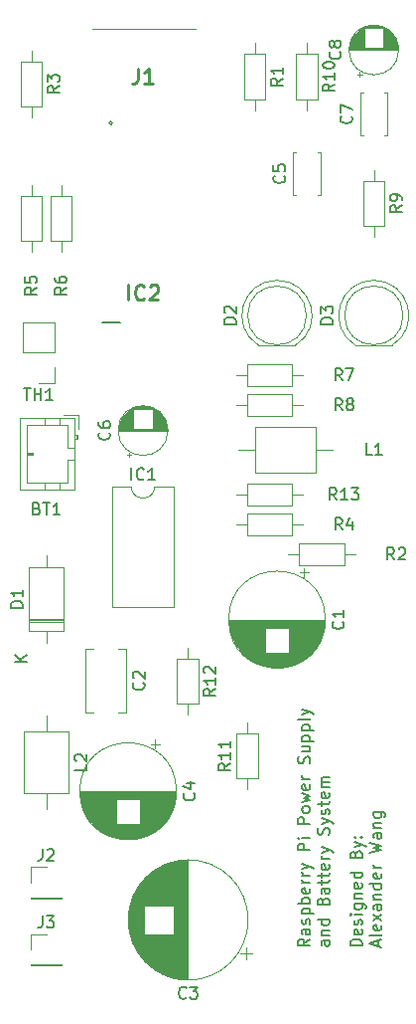
<source format=gbr>
G04 #@! TF.GenerationSoftware,KiCad,Pcbnew,(5.1.2)-2*
G04 #@! TF.CreationDate,2019-08-13T00:16:00-07:00*
G04 #@! TF.ProjectId,PiPowerSystem,5069506f-7765-4725-9379-7374656d2e6b,rev?*
G04 #@! TF.SameCoordinates,Original*
G04 #@! TF.FileFunction,Legend,Top*
G04 #@! TF.FilePolarity,Positive*
%FSLAX46Y46*%
G04 Gerber Fmt 4.6, Leading zero omitted, Abs format (unit mm)*
G04 Created by KiCad (PCBNEW (5.1.2)-2) date 2019-08-13 00:16:00*
%MOMM*%
%LPD*%
G04 APERTURE LIST*
%ADD10C,0.150000*%
%ADD11C,0.120000*%
%ADD12C,0.200000*%
%ADD13C,0.100000*%
%ADD14C,0.254000*%
G04 APERTURE END LIST*
D10*
X152027380Y-138792976D02*
X151551190Y-139126309D01*
X152027380Y-139364404D02*
X151027380Y-139364404D01*
X151027380Y-138983452D01*
X151075000Y-138888214D01*
X151122619Y-138840595D01*
X151217857Y-138792976D01*
X151360714Y-138792976D01*
X151455952Y-138840595D01*
X151503571Y-138888214D01*
X151551190Y-138983452D01*
X151551190Y-139364404D01*
X152027380Y-137935833D02*
X151503571Y-137935833D01*
X151408333Y-137983452D01*
X151360714Y-138078690D01*
X151360714Y-138269166D01*
X151408333Y-138364404D01*
X151979761Y-137935833D02*
X152027380Y-138031071D01*
X152027380Y-138269166D01*
X151979761Y-138364404D01*
X151884523Y-138412023D01*
X151789285Y-138412023D01*
X151694047Y-138364404D01*
X151646428Y-138269166D01*
X151646428Y-138031071D01*
X151598809Y-137935833D01*
X151979761Y-137507261D02*
X152027380Y-137412023D01*
X152027380Y-137221547D01*
X151979761Y-137126309D01*
X151884523Y-137078690D01*
X151836904Y-137078690D01*
X151741666Y-137126309D01*
X151694047Y-137221547D01*
X151694047Y-137364404D01*
X151646428Y-137459642D01*
X151551190Y-137507261D01*
X151503571Y-137507261D01*
X151408333Y-137459642D01*
X151360714Y-137364404D01*
X151360714Y-137221547D01*
X151408333Y-137126309D01*
X151360714Y-136650119D02*
X152360714Y-136650119D01*
X151408333Y-136650119D02*
X151360714Y-136554880D01*
X151360714Y-136364404D01*
X151408333Y-136269166D01*
X151455952Y-136221547D01*
X151551190Y-136173928D01*
X151836904Y-136173928D01*
X151932142Y-136221547D01*
X151979761Y-136269166D01*
X152027380Y-136364404D01*
X152027380Y-136554880D01*
X151979761Y-136650119D01*
X152027380Y-135745357D02*
X151027380Y-135745357D01*
X151408333Y-135745357D02*
X151360714Y-135650119D01*
X151360714Y-135459642D01*
X151408333Y-135364404D01*
X151455952Y-135316785D01*
X151551190Y-135269166D01*
X151836904Y-135269166D01*
X151932142Y-135316785D01*
X151979761Y-135364404D01*
X152027380Y-135459642D01*
X152027380Y-135650119D01*
X151979761Y-135745357D01*
X151979761Y-134459642D02*
X152027380Y-134554880D01*
X152027380Y-134745357D01*
X151979761Y-134840595D01*
X151884523Y-134888214D01*
X151503571Y-134888214D01*
X151408333Y-134840595D01*
X151360714Y-134745357D01*
X151360714Y-134554880D01*
X151408333Y-134459642D01*
X151503571Y-134412023D01*
X151598809Y-134412023D01*
X151694047Y-134888214D01*
X152027380Y-133983452D02*
X151360714Y-133983452D01*
X151551190Y-133983452D02*
X151455952Y-133935833D01*
X151408333Y-133888214D01*
X151360714Y-133792976D01*
X151360714Y-133697738D01*
X152027380Y-133364404D02*
X151360714Y-133364404D01*
X151551190Y-133364404D02*
X151455952Y-133316785D01*
X151408333Y-133269166D01*
X151360714Y-133173928D01*
X151360714Y-133078690D01*
X151360714Y-132840595D02*
X152027380Y-132602500D01*
X151360714Y-132364404D02*
X152027380Y-132602500D01*
X152265476Y-132697738D01*
X152313095Y-132745357D01*
X152360714Y-132840595D01*
X152027380Y-131221547D02*
X151027380Y-131221547D01*
X151027380Y-130840595D01*
X151075000Y-130745357D01*
X151122619Y-130697738D01*
X151217857Y-130650119D01*
X151360714Y-130650119D01*
X151455952Y-130697738D01*
X151503571Y-130745357D01*
X151551190Y-130840595D01*
X151551190Y-131221547D01*
X152027380Y-130221547D02*
X151360714Y-130221547D01*
X151027380Y-130221547D02*
X151075000Y-130269166D01*
X151122619Y-130221547D01*
X151075000Y-130173928D01*
X151027380Y-130221547D01*
X151122619Y-130221547D01*
X152027380Y-128983452D02*
X151027380Y-128983452D01*
X151027380Y-128602500D01*
X151075000Y-128507261D01*
X151122619Y-128459642D01*
X151217857Y-128412023D01*
X151360714Y-128412023D01*
X151455952Y-128459642D01*
X151503571Y-128507261D01*
X151551190Y-128602500D01*
X151551190Y-128983452D01*
X152027380Y-127840595D02*
X151979761Y-127935833D01*
X151932142Y-127983452D01*
X151836904Y-128031071D01*
X151551190Y-128031071D01*
X151455952Y-127983452D01*
X151408333Y-127935833D01*
X151360714Y-127840595D01*
X151360714Y-127697738D01*
X151408333Y-127602500D01*
X151455952Y-127554880D01*
X151551190Y-127507261D01*
X151836904Y-127507261D01*
X151932142Y-127554880D01*
X151979761Y-127602500D01*
X152027380Y-127697738D01*
X152027380Y-127840595D01*
X151360714Y-127173928D02*
X152027380Y-126983452D01*
X151551190Y-126792976D01*
X152027380Y-126602500D01*
X151360714Y-126412023D01*
X151979761Y-125650119D02*
X152027380Y-125745357D01*
X152027380Y-125935833D01*
X151979761Y-126031071D01*
X151884523Y-126078690D01*
X151503571Y-126078690D01*
X151408333Y-126031071D01*
X151360714Y-125935833D01*
X151360714Y-125745357D01*
X151408333Y-125650119D01*
X151503571Y-125602500D01*
X151598809Y-125602500D01*
X151694047Y-126078690D01*
X152027380Y-125173928D02*
X151360714Y-125173928D01*
X151551190Y-125173928D02*
X151455952Y-125126309D01*
X151408333Y-125078690D01*
X151360714Y-124983452D01*
X151360714Y-124888214D01*
X151979761Y-123840595D02*
X152027380Y-123697738D01*
X152027380Y-123459642D01*
X151979761Y-123364404D01*
X151932142Y-123316785D01*
X151836904Y-123269166D01*
X151741666Y-123269166D01*
X151646428Y-123316785D01*
X151598809Y-123364404D01*
X151551190Y-123459642D01*
X151503571Y-123650119D01*
X151455952Y-123745357D01*
X151408333Y-123792976D01*
X151313095Y-123840595D01*
X151217857Y-123840595D01*
X151122619Y-123792976D01*
X151075000Y-123745357D01*
X151027380Y-123650119D01*
X151027380Y-123412023D01*
X151075000Y-123269166D01*
X151360714Y-122412023D02*
X152027380Y-122412023D01*
X151360714Y-122840595D02*
X151884523Y-122840595D01*
X151979761Y-122792976D01*
X152027380Y-122697738D01*
X152027380Y-122554880D01*
X151979761Y-122459642D01*
X151932142Y-122412023D01*
X151360714Y-121935833D02*
X152360714Y-121935833D01*
X151408333Y-121935833D02*
X151360714Y-121840595D01*
X151360714Y-121650119D01*
X151408333Y-121554880D01*
X151455952Y-121507261D01*
X151551190Y-121459642D01*
X151836904Y-121459642D01*
X151932142Y-121507261D01*
X151979761Y-121554880D01*
X152027380Y-121650119D01*
X152027380Y-121840595D01*
X151979761Y-121935833D01*
X151360714Y-121031071D02*
X152360714Y-121031071D01*
X151408333Y-121031071D02*
X151360714Y-120935833D01*
X151360714Y-120745357D01*
X151408333Y-120650119D01*
X151455952Y-120602500D01*
X151551190Y-120554880D01*
X151836904Y-120554880D01*
X151932142Y-120602500D01*
X151979761Y-120650119D01*
X152027380Y-120745357D01*
X152027380Y-120935833D01*
X151979761Y-121031071D01*
X152027380Y-119983452D02*
X151979761Y-120078690D01*
X151884523Y-120126309D01*
X151027380Y-120126309D01*
X151360714Y-119697738D02*
X152027380Y-119459642D01*
X151360714Y-119221547D02*
X152027380Y-119459642D01*
X152265476Y-119554880D01*
X152313095Y-119602500D01*
X152360714Y-119697738D01*
X153677380Y-138935833D02*
X153153571Y-138935833D01*
X153058333Y-138983452D01*
X153010714Y-139078690D01*
X153010714Y-139269166D01*
X153058333Y-139364404D01*
X153629761Y-138935833D02*
X153677380Y-139031071D01*
X153677380Y-139269166D01*
X153629761Y-139364404D01*
X153534523Y-139412023D01*
X153439285Y-139412023D01*
X153344047Y-139364404D01*
X153296428Y-139269166D01*
X153296428Y-139031071D01*
X153248809Y-138935833D01*
X153010714Y-138459642D02*
X153677380Y-138459642D01*
X153105952Y-138459642D02*
X153058333Y-138412023D01*
X153010714Y-138316785D01*
X153010714Y-138173928D01*
X153058333Y-138078690D01*
X153153571Y-138031071D01*
X153677380Y-138031071D01*
X153677380Y-137126309D02*
X152677380Y-137126309D01*
X153629761Y-137126309D02*
X153677380Y-137221547D01*
X153677380Y-137412023D01*
X153629761Y-137507261D01*
X153582142Y-137554880D01*
X153486904Y-137602500D01*
X153201190Y-137602500D01*
X153105952Y-137554880D01*
X153058333Y-137507261D01*
X153010714Y-137412023D01*
X153010714Y-137221547D01*
X153058333Y-137126309D01*
X153153571Y-135554880D02*
X153201190Y-135412023D01*
X153248809Y-135364404D01*
X153344047Y-135316785D01*
X153486904Y-135316785D01*
X153582142Y-135364404D01*
X153629761Y-135412023D01*
X153677380Y-135507261D01*
X153677380Y-135888214D01*
X152677380Y-135888214D01*
X152677380Y-135554880D01*
X152725000Y-135459642D01*
X152772619Y-135412023D01*
X152867857Y-135364404D01*
X152963095Y-135364404D01*
X153058333Y-135412023D01*
X153105952Y-135459642D01*
X153153571Y-135554880D01*
X153153571Y-135888214D01*
X153677380Y-134459642D02*
X153153571Y-134459642D01*
X153058333Y-134507261D01*
X153010714Y-134602500D01*
X153010714Y-134792976D01*
X153058333Y-134888214D01*
X153629761Y-134459642D02*
X153677380Y-134554880D01*
X153677380Y-134792976D01*
X153629761Y-134888214D01*
X153534523Y-134935833D01*
X153439285Y-134935833D01*
X153344047Y-134888214D01*
X153296428Y-134792976D01*
X153296428Y-134554880D01*
X153248809Y-134459642D01*
X153010714Y-134126309D02*
X153010714Y-133745357D01*
X152677380Y-133983452D02*
X153534523Y-133983452D01*
X153629761Y-133935833D01*
X153677380Y-133840595D01*
X153677380Y-133745357D01*
X153010714Y-133554880D02*
X153010714Y-133173928D01*
X152677380Y-133412023D02*
X153534523Y-133412023D01*
X153629761Y-133364404D01*
X153677380Y-133269166D01*
X153677380Y-133173928D01*
X153629761Y-132459642D02*
X153677380Y-132554880D01*
X153677380Y-132745357D01*
X153629761Y-132840595D01*
X153534523Y-132888214D01*
X153153571Y-132888214D01*
X153058333Y-132840595D01*
X153010714Y-132745357D01*
X153010714Y-132554880D01*
X153058333Y-132459642D01*
X153153571Y-132412023D01*
X153248809Y-132412023D01*
X153344047Y-132888214D01*
X153677380Y-131983452D02*
X153010714Y-131983452D01*
X153201190Y-131983452D02*
X153105952Y-131935833D01*
X153058333Y-131888214D01*
X153010714Y-131792976D01*
X153010714Y-131697738D01*
X153010714Y-131459642D02*
X153677380Y-131221547D01*
X153010714Y-130983452D02*
X153677380Y-131221547D01*
X153915476Y-131316785D01*
X153963095Y-131364404D01*
X154010714Y-131459642D01*
X153629761Y-129888214D02*
X153677380Y-129745357D01*
X153677380Y-129507261D01*
X153629761Y-129412023D01*
X153582142Y-129364404D01*
X153486904Y-129316785D01*
X153391666Y-129316785D01*
X153296428Y-129364404D01*
X153248809Y-129412023D01*
X153201190Y-129507261D01*
X153153571Y-129697738D01*
X153105952Y-129792976D01*
X153058333Y-129840595D01*
X152963095Y-129888214D01*
X152867857Y-129888214D01*
X152772619Y-129840595D01*
X152725000Y-129792976D01*
X152677380Y-129697738D01*
X152677380Y-129459642D01*
X152725000Y-129316785D01*
X153010714Y-128983452D02*
X153677380Y-128745357D01*
X153010714Y-128507261D02*
X153677380Y-128745357D01*
X153915476Y-128840595D01*
X153963095Y-128888214D01*
X154010714Y-128983452D01*
X153629761Y-128173928D02*
X153677380Y-128078690D01*
X153677380Y-127888214D01*
X153629761Y-127792976D01*
X153534523Y-127745357D01*
X153486904Y-127745357D01*
X153391666Y-127792976D01*
X153344047Y-127888214D01*
X153344047Y-128031071D01*
X153296428Y-128126309D01*
X153201190Y-128173928D01*
X153153571Y-128173928D01*
X153058333Y-128126309D01*
X153010714Y-128031071D01*
X153010714Y-127888214D01*
X153058333Y-127792976D01*
X153010714Y-127459642D02*
X153010714Y-127078690D01*
X152677380Y-127316785D02*
X153534523Y-127316785D01*
X153629761Y-127269166D01*
X153677380Y-127173928D01*
X153677380Y-127078690D01*
X153629761Y-126364404D02*
X153677380Y-126459642D01*
X153677380Y-126650119D01*
X153629761Y-126745357D01*
X153534523Y-126792976D01*
X153153571Y-126792976D01*
X153058333Y-126745357D01*
X153010714Y-126650119D01*
X153010714Y-126459642D01*
X153058333Y-126364404D01*
X153153571Y-126316785D01*
X153248809Y-126316785D01*
X153344047Y-126792976D01*
X153677380Y-125888214D02*
X153010714Y-125888214D01*
X153105952Y-125888214D02*
X153058333Y-125840595D01*
X153010714Y-125745357D01*
X153010714Y-125602500D01*
X153058333Y-125507261D01*
X153153571Y-125459642D01*
X153677380Y-125459642D01*
X153153571Y-125459642D02*
X153058333Y-125412023D01*
X153010714Y-125316785D01*
X153010714Y-125173928D01*
X153058333Y-125078690D01*
X153153571Y-125031071D01*
X153677380Y-125031071D01*
X156472380Y-139364404D02*
X155472380Y-139364404D01*
X155472380Y-139126309D01*
X155520000Y-138983452D01*
X155615238Y-138888214D01*
X155710476Y-138840595D01*
X155900952Y-138792976D01*
X156043809Y-138792976D01*
X156234285Y-138840595D01*
X156329523Y-138888214D01*
X156424761Y-138983452D01*
X156472380Y-139126309D01*
X156472380Y-139364404D01*
X156424761Y-137983452D02*
X156472380Y-138078690D01*
X156472380Y-138269166D01*
X156424761Y-138364404D01*
X156329523Y-138412023D01*
X155948571Y-138412023D01*
X155853333Y-138364404D01*
X155805714Y-138269166D01*
X155805714Y-138078690D01*
X155853333Y-137983452D01*
X155948571Y-137935833D01*
X156043809Y-137935833D01*
X156139047Y-138412023D01*
X156424761Y-137554880D02*
X156472380Y-137459642D01*
X156472380Y-137269166D01*
X156424761Y-137173928D01*
X156329523Y-137126309D01*
X156281904Y-137126309D01*
X156186666Y-137173928D01*
X156139047Y-137269166D01*
X156139047Y-137412023D01*
X156091428Y-137507261D01*
X155996190Y-137554880D01*
X155948571Y-137554880D01*
X155853333Y-137507261D01*
X155805714Y-137412023D01*
X155805714Y-137269166D01*
X155853333Y-137173928D01*
X156472380Y-136697738D02*
X155805714Y-136697738D01*
X155472380Y-136697738D02*
X155520000Y-136745357D01*
X155567619Y-136697738D01*
X155520000Y-136650119D01*
X155472380Y-136697738D01*
X155567619Y-136697738D01*
X155805714Y-135792976D02*
X156615238Y-135792976D01*
X156710476Y-135840595D01*
X156758095Y-135888214D01*
X156805714Y-135983452D01*
X156805714Y-136126309D01*
X156758095Y-136221547D01*
X156424761Y-135792976D02*
X156472380Y-135888214D01*
X156472380Y-136078690D01*
X156424761Y-136173928D01*
X156377142Y-136221547D01*
X156281904Y-136269166D01*
X155996190Y-136269166D01*
X155900952Y-136221547D01*
X155853333Y-136173928D01*
X155805714Y-136078690D01*
X155805714Y-135888214D01*
X155853333Y-135792976D01*
X155805714Y-135316785D02*
X156472380Y-135316785D01*
X155900952Y-135316785D02*
X155853333Y-135269166D01*
X155805714Y-135173928D01*
X155805714Y-135031071D01*
X155853333Y-134935833D01*
X155948571Y-134888214D01*
X156472380Y-134888214D01*
X156424761Y-134031071D02*
X156472380Y-134126309D01*
X156472380Y-134316785D01*
X156424761Y-134412023D01*
X156329523Y-134459642D01*
X155948571Y-134459642D01*
X155853333Y-134412023D01*
X155805714Y-134316785D01*
X155805714Y-134126309D01*
X155853333Y-134031071D01*
X155948571Y-133983452D01*
X156043809Y-133983452D01*
X156139047Y-134459642D01*
X156472380Y-133126309D02*
X155472380Y-133126309D01*
X156424761Y-133126309D02*
X156472380Y-133221547D01*
X156472380Y-133412023D01*
X156424761Y-133507261D01*
X156377142Y-133554880D01*
X156281904Y-133602500D01*
X155996190Y-133602500D01*
X155900952Y-133554880D01*
X155853333Y-133507261D01*
X155805714Y-133412023D01*
X155805714Y-133221547D01*
X155853333Y-133126309D01*
X155948571Y-131554880D02*
X155996190Y-131412023D01*
X156043809Y-131364404D01*
X156139047Y-131316785D01*
X156281904Y-131316785D01*
X156377142Y-131364404D01*
X156424761Y-131412023D01*
X156472380Y-131507261D01*
X156472380Y-131888214D01*
X155472380Y-131888214D01*
X155472380Y-131554880D01*
X155520000Y-131459642D01*
X155567619Y-131412023D01*
X155662857Y-131364404D01*
X155758095Y-131364404D01*
X155853333Y-131412023D01*
X155900952Y-131459642D01*
X155948571Y-131554880D01*
X155948571Y-131888214D01*
X155805714Y-130983452D02*
X156472380Y-130745357D01*
X155805714Y-130507261D02*
X156472380Y-130745357D01*
X156710476Y-130840595D01*
X156758095Y-130888214D01*
X156805714Y-130983452D01*
X156377142Y-130126309D02*
X156424761Y-130078690D01*
X156472380Y-130126309D01*
X156424761Y-130173928D01*
X156377142Y-130126309D01*
X156472380Y-130126309D01*
X155853333Y-130126309D02*
X155900952Y-130078690D01*
X155948571Y-130126309D01*
X155900952Y-130173928D01*
X155853333Y-130126309D01*
X155948571Y-130126309D01*
X157836666Y-139412023D02*
X157836666Y-138935833D01*
X158122380Y-139507261D02*
X157122380Y-139173928D01*
X158122380Y-138840595D01*
X158122380Y-138364404D02*
X158074761Y-138459642D01*
X157979523Y-138507261D01*
X157122380Y-138507261D01*
X158074761Y-137602500D02*
X158122380Y-137697738D01*
X158122380Y-137888214D01*
X158074761Y-137983452D01*
X157979523Y-138031071D01*
X157598571Y-138031071D01*
X157503333Y-137983452D01*
X157455714Y-137888214D01*
X157455714Y-137697738D01*
X157503333Y-137602500D01*
X157598571Y-137554880D01*
X157693809Y-137554880D01*
X157789047Y-138031071D01*
X158122380Y-137221547D02*
X157455714Y-136697738D01*
X157455714Y-137221547D02*
X158122380Y-136697738D01*
X158122380Y-135888214D02*
X157598571Y-135888214D01*
X157503333Y-135935833D01*
X157455714Y-136031071D01*
X157455714Y-136221547D01*
X157503333Y-136316785D01*
X158074761Y-135888214D02*
X158122380Y-135983452D01*
X158122380Y-136221547D01*
X158074761Y-136316785D01*
X157979523Y-136364404D01*
X157884285Y-136364404D01*
X157789047Y-136316785D01*
X157741428Y-136221547D01*
X157741428Y-135983452D01*
X157693809Y-135888214D01*
X157455714Y-135412023D02*
X158122380Y-135412023D01*
X157550952Y-135412023D02*
X157503333Y-135364404D01*
X157455714Y-135269166D01*
X157455714Y-135126309D01*
X157503333Y-135031071D01*
X157598571Y-134983452D01*
X158122380Y-134983452D01*
X158122380Y-134078690D02*
X157122380Y-134078690D01*
X158074761Y-134078690D02*
X158122380Y-134173928D01*
X158122380Y-134364404D01*
X158074761Y-134459642D01*
X158027142Y-134507261D01*
X157931904Y-134554880D01*
X157646190Y-134554880D01*
X157550952Y-134507261D01*
X157503333Y-134459642D01*
X157455714Y-134364404D01*
X157455714Y-134173928D01*
X157503333Y-134078690D01*
X158074761Y-133221547D02*
X158122380Y-133316785D01*
X158122380Y-133507261D01*
X158074761Y-133602500D01*
X157979523Y-133650119D01*
X157598571Y-133650119D01*
X157503333Y-133602500D01*
X157455714Y-133507261D01*
X157455714Y-133316785D01*
X157503333Y-133221547D01*
X157598571Y-133173928D01*
X157693809Y-133173928D01*
X157789047Y-133650119D01*
X158122380Y-132745357D02*
X157455714Y-132745357D01*
X157646190Y-132745357D02*
X157550952Y-132697738D01*
X157503333Y-132650119D01*
X157455714Y-132554880D01*
X157455714Y-132459642D01*
X157122380Y-131459642D02*
X158122380Y-131221547D01*
X157408095Y-131031071D01*
X158122380Y-130840595D01*
X157122380Y-130602500D01*
X158122380Y-129792976D02*
X157598571Y-129792976D01*
X157503333Y-129840595D01*
X157455714Y-129935833D01*
X157455714Y-130126309D01*
X157503333Y-130221547D01*
X158074761Y-129792976D02*
X158122380Y-129888214D01*
X158122380Y-130126309D01*
X158074761Y-130221547D01*
X157979523Y-130269166D01*
X157884285Y-130269166D01*
X157789047Y-130221547D01*
X157741428Y-130126309D01*
X157741428Y-129888214D01*
X157693809Y-129792976D01*
X157455714Y-129316785D02*
X158122380Y-129316785D01*
X157550952Y-129316785D02*
X157503333Y-129269166D01*
X157455714Y-129173928D01*
X157455714Y-129031071D01*
X157503333Y-128935833D01*
X157598571Y-128888214D01*
X158122380Y-128888214D01*
X157455714Y-127983452D02*
X158265238Y-127983452D01*
X158360476Y-128031071D01*
X158408095Y-128078690D01*
X158455714Y-128173928D01*
X158455714Y-128316785D01*
X158408095Y-128412023D01*
X158074761Y-127983452D02*
X158122380Y-128078690D01*
X158122380Y-128269166D01*
X158074761Y-128364404D01*
X158027142Y-128412023D01*
X157931904Y-128459642D01*
X157646190Y-128459642D01*
X157550952Y-128412023D01*
X157503333Y-128364404D01*
X157455714Y-128269166D01*
X157455714Y-128078690D01*
X157503333Y-127983452D01*
D11*
X130235000Y-91500000D02*
X128905000Y-91500000D01*
X130235000Y-90170000D02*
X130235000Y-91500000D01*
X130235000Y-88900000D02*
X127575000Y-88900000D01*
X127575000Y-88900000D02*
X127575000Y-86300000D01*
X130235000Y-88900000D02*
X130235000Y-86300000D01*
X130235000Y-86300000D02*
X127575000Y-86300000D01*
X131985000Y-94460000D02*
X127265000Y-94460000D01*
X127265000Y-94460000D02*
X127265000Y-100580000D01*
X127265000Y-100580000D02*
X131985000Y-100580000D01*
X131985000Y-100580000D02*
X131985000Y-94460000D01*
X131985000Y-96220000D02*
X132185000Y-96220000D01*
X132185000Y-96220000D02*
X132185000Y-95920000D01*
X132185000Y-95920000D02*
X131985000Y-95920000D01*
X132085000Y-96220000D02*
X132085000Y-95920000D01*
X131985000Y-97020000D02*
X131375000Y-97020000D01*
X131375000Y-97020000D02*
X131375000Y-95070000D01*
X131375000Y-95070000D02*
X127875000Y-95070000D01*
X127875000Y-95070000D02*
X127875000Y-99970000D01*
X127875000Y-99970000D02*
X131375000Y-99970000D01*
X131375000Y-99970000D02*
X131375000Y-98020000D01*
X131375000Y-98020000D02*
X131985000Y-98020000D01*
X130675000Y-94460000D02*
X130675000Y-95070000D01*
X129375000Y-94460000D02*
X129375000Y-95070000D01*
X130675000Y-100580000D02*
X130675000Y-99970000D01*
X129375000Y-100580000D02*
X129375000Y-99970000D01*
X127875000Y-97420000D02*
X128375000Y-97420000D01*
X128375000Y-97420000D02*
X128375000Y-97620000D01*
X128375000Y-97620000D02*
X127875000Y-97620000D01*
X127875000Y-97520000D02*
X128375000Y-97520000D01*
X132285000Y-95410000D02*
X132285000Y-94160000D01*
X132285000Y-94160000D02*
X131035000Y-94160000D01*
X153345000Y-111605000D02*
G75*
G03X153345000Y-111605000I-4120000J0D01*
G01*
X153305000Y-111605000D02*
X145145000Y-111605000D01*
X153305000Y-111645000D02*
X145145000Y-111645000D01*
X153305000Y-111685000D02*
X145145000Y-111685000D01*
X153304000Y-111725000D02*
X145146000Y-111725000D01*
X153302000Y-111765000D02*
X145148000Y-111765000D01*
X153301000Y-111805000D02*
X145149000Y-111805000D01*
X153299000Y-111845000D02*
X145151000Y-111845000D01*
X153296000Y-111885000D02*
X145154000Y-111885000D01*
X153293000Y-111925000D02*
X145157000Y-111925000D01*
X153290000Y-111965000D02*
X145160000Y-111965000D01*
X153286000Y-112005000D02*
X145164000Y-112005000D01*
X153282000Y-112045000D02*
X145168000Y-112045000D01*
X153277000Y-112085000D02*
X145173000Y-112085000D01*
X153273000Y-112125000D02*
X145177000Y-112125000D01*
X153267000Y-112165000D02*
X145183000Y-112165000D01*
X153262000Y-112205000D02*
X145188000Y-112205000D01*
X153255000Y-112245000D02*
X145195000Y-112245000D01*
X153249000Y-112285000D02*
X145201000Y-112285000D01*
X153242000Y-112326000D02*
X150265000Y-112326000D01*
X148185000Y-112326000D02*
X145208000Y-112326000D01*
X153235000Y-112366000D02*
X150265000Y-112366000D01*
X148185000Y-112366000D02*
X145215000Y-112366000D01*
X153227000Y-112406000D02*
X150265000Y-112406000D01*
X148185000Y-112406000D02*
X145223000Y-112406000D01*
X153219000Y-112446000D02*
X150265000Y-112446000D01*
X148185000Y-112446000D02*
X145231000Y-112446000D01*
X153210000Y-112486000D02*
X150265000Y-112486000D01*
X148185000Y-112486000D02*
X145240000Y-112486000D01*
X153201000Y-112526000D02*
X150265000Y-112526000D01*
X148185000Y-112526000D02*
X145249000Y-112526000D01*
X153192000Y-112566000D02*
X150265000Y-112566000D01*
X148185000Y-112566000D02*
X145258000Y-112566000D01*
X153182000Y-112606000D02*
X150265000Y-112606000D01*
X148185000Y-112606000D02*
X145268000Y-112606000D01*
X153172000Y-112646000D02*
X150265000Y-112646000D01*
X148185000Y-112646000D02*
X145278000Y-112646000D01*
X153161000Y-112686000D02*
X150265000Y-112686000D01*
X148185000Y-112686000D02*
X145289000Y-112686000D01*
X153150000Y-112726000D02*
X150265000Y-112726000D01*
X148185000Y-112726000D02*
X145300000Y-112726000D01*
X153139000Y-112766000D02*
X150265000Y-112766000D01*
X148185000Y-112766000D02*
X145311000Y-112766000D01*
X153127000Y-112806000D02*
X150265000Y-112806000D01*
X148185000Y-112806000D02*
X145323000Y-112806000D01*
X153114000Y-112846000D02*
X150265000Y-112846000D01*
X148185000Y-112846000D02*
X145336000Y-112846000D01*
X153102000Y-112886000D02*
X150265000Y-112886000D01*
X148185000Y-112886000D02*
X145348000Y-112886000D01*
X153088000Y-112926000D02*
X150265000Y-112926000D01*
X148185000Y-112926000D02*
X145362000Y-112926000D01*
X153075000Y-112966000D02*
X150265000Y-112966000D01*
X148185000Y-112966000D02*
X145375000Y-112966000D01*
X153060000Y-113006000D02*
X150265000Y-113006000D01*
X148185000Y-113006000D02*
X145390000Y-113006000D01*
X153046000Y-113046000D02*
X150265000Y-113046000D01*
X148185000Y-113046000D02*
X145404000Y-113046000D01*
X153030000Y-113086000D02*
X150265000Y-113086000D01*
X148185000Y-113086000D02*
X145420000Y-113086000D01*
X153015000Y-113126000D02*
X150265000Y-113126000D01*
X148185000Y-113126000D02*
X145435000Y-113126000D01*
X152999000Y-113166000D02*
X150265000Y-113166000D01*
X148185000Y-113166000D02*
X145451000Y-113166000D01*
X152982000Y-113206000D02*
X150265000Y-113206000D01*
X148185000Y-113206000D02*
X145468000Y-113206000D01*
X152965000Y-113246000D02*
X150265000Y-113246000D01*
X148185000Y-113246000D02*
X145485000Y-113246000D01*
X152947000Y-113286000D02*
X150265000Y-113286000D01*
X148185000Y-113286000D02*
X145503000Y-113286000D01*
X152929000Y-113326000D02*
X150265000Y-113326000D01*
X148185000Y-113326000D02*
X145521000Y-113326000D01*
X152911000Y-113366000D02*
X150265000Y-113366000D01*
X148185000Y-113366000D02*
X145539000Y-113366000D01*
X152891000Y-113406000D02*
X150265000Y-113406000D01*
X148185000Y-113406000D02*
X145559000Y-113406000D01*
X152872000Y-113446000D02*
X150265000Y-113446000D01*
X148185000Y-113446000D02*
X145578000Y-113446000D01*
X152852000Y-113486000D02*
X150265000Y-113486000D01*
X148185000Y-113486000D02*
X145598000Y-113486000D01*
X152831000Y-113526000D02*
X150265000Y-113526000D01*
X148185000Y-113526000D02*
X145619000Y-113526000D01*
X152809000Y-113566000D02*
X150265000Y-113566000D01*
X148185000Y-113566000D02*
X145641000Y-113566000D01*
X152787000Y-113606000D02*
X150265000Y-113606000D01*
X148185000Y-113606000D02*
X145663000Y-113606000D01*
X152765000Y-113646000D02*
X150265000Y-113646000D01*
X148185000Y-113646000D02*
X145685000Y-113646000D01*
X152742000Y-113686000D02*
X150265000Y-113686000D01*
X148185000Y-113686000D02*
X145708000Y-113686000D01*
X152718000Y-113726000D02*
X150265000Y-113726000D01*
X148185000Y-113726000D02*
X145732000Y-113726000D01*
X152694000Y-113766000D02*
X150265000Y-113766000D01*
X148185000Y-113766000D02*
X145756000Y-113766000D01*
X152669000Y-113806000D02*
X150265000Y-113806000D01*
X148185000Y-113806000D02*
X145781000Y-113806000D01*
X152643000Y-113846000D02*
X150265000Y-113846000D01*
X148185000Y-113846000D02*
X145807000Y-113846000D01*
X152617000Y-113886000D02*
X150265000Y-113886000D01*
X148185000Y-113886000D02*
X145833000Y-113886000D01*
X152590000Y-113926000D02*
X150265000Y-113926000D01*
X148185000Y-113926000D02*
X145860000Y-113926000D01*
X152563000Y-113966000D02*
X150265000Y-113966000D01*
X148185000Y-113966000D02*
X145887000Y-113966000D01*
X152534000Y-114006000D02*
X150265000Y-114006000D01*
X148185000Y-114006000D02*
X145916000Y-114006000D01*
X152505000Y-114046000D02*
X150265000Y-114046000D01*
X148185000Y-114046000D02*
X145945000Y-114046000D01*
X152475000Y-114086000D02*
X150265000Y-114086000D01*
X148185000Y-114086000D02*
X145975000Y-114086000D01*
X152445000Y-114126000D02*
X150265000Y-114126000D01*
X148185000Y-114126000D02*
X146005000Y-114126000D01*
X152414000Y-114166000D02*
X150265000Y-114166000D01*
X148185000Y-114166000D02*
X146036000Y-114166000D01*
X152381000Y-114206000D02*
X150265000Y-114206000D01*
X148185000Y-114206000D02*
X146069000Y-114206000D01*
X152349000Y-114246000D02*
X150265000Y-114246000D01*
X148185000Y-114246000D02*
X146101000Y-114246000D01*
X152315000Y-114286000D02*
X150265000Y-114286000D01*
X148185000Y-114286000D02*
X146135000Y-114286000D01*
X152280000Y-114326000D02*
X150265000Y-114326000D01*
X148185000Y-114326000D02*
X146170000Y-114326000D01*
X152244000Y-114366000D02*
X150265000Y-114366000D01*
X148185000Y-114366000D02*
X146206000Y-114366000D01*
X152208000Y-114406000D02*
X146242000Y-114406000D01*
X152170000Y-114446000D02*
X146280000Y-114446000D01*
X152132000Y-114486000D02*
X146318000Y-114486000D01*
X152092000Y-114526000D02*
X146358000Y-114526000D01*
X152051000Y-114566000D02*
X146399000Y-114566000D01*
X152009000Y-114606000D02*
X146441000Y-114606000D01*
X151966000Y-114646000D02*
X146484000Y-114646000D01*
X151922000Y-114686000D02*
X146528000Y-114686000D01*
X151876000Y-114726000D02*
X146574000Y-114726000D01*
X151829000Y-114766000D02*
X146621000Y-114766000D01*
X151781000Y-114806000D02*
X146669000Y-114806000D01*
X151730000Y-114846000D02*
X146720000Y-114846000D01*
X151679000Y-114886000D02*
X146771000Y-114886000D01*
X151625000Y-114926000D02*
X146825000Y-114926000D01*
X151570000Y-114966000D02*
X146880000Y-114966000D01*
X151512000Y-115006000D02*
X146938000Y-115006000D01*
X151453000Y-115046000D02*
X146997000Y-115046000D01*
X151391000Y-115086000D02*
X147059000Y-115086000D01*
X151327000Y-115126000D02*
X147123000Y-115126000D01*
X151259000Y-115166000D02*
X147191000Y-115166000D01*
X151189000Y-115206000D02*
X147261000Y-115206000D01*
X151115000Y-115246000D02*
X147335000Y-115246000D01*
X151038000Y-115286000D02*
X147412000Y-115286000D01*
X150956000Y-115326000D02*
X147494000Y-115326000D01*
X150870000Y-115366000D02*
X147580000Y-115366000D01*
X150777000Y-115406000D02*
X147673000Y-115406000D01*
X150678000Y-115446000D02*
X147772000Y-115446000D01*
X150571000Y-115486000D02*
X147879000Y-115486000D01*
X150454000Y-115526000D02*
X147996000Y-115526000D01*
X150323000Y-115566000D02*
X148127000Y-115566000D01*
X150173000Y-115606000D02*
X148277000Y-115606000D01*
X149993000Y-115646000D02*
X148457000Y-115646000D01*
X149758000Y-115686000D02*
X148692000Y-115686000D01*
X151540000Y-107195302D02*
X151540000Y-107995302D01*
X151940000Y-107595302D02*
X151140000Y-107595302D01*
X136341000Y-114130000D02*
X136341000Y-119470000D01*
X132899000Y-114130000D02*
X132899000Y-119470000D01*
X136341000Y-114130000D02*
X135675000Y-114130000D01*
X133565000Y-114130000D02*
X132899000Y-114130000D01*
X136341000Y-119470000D02*
X135675000Y-119470000D01*
X133565000Y-119470000D02*
X132899000Y-119470000D01*
X146765000Y-137160000D02*
G75*
G03X146765000Y-137160000I-5120000J0D01*
G01*
X141645000Y-142240000D02*
X141645000Y-132080000D01*
X141605000Y-142240000D02*
X141605000Y-132080000D01*
X141565000Y-142240000D02*
X141565000Y-132080000D01*
X141525000Y-142239000D02*
X141525000Y-132081000D01*
X141485000Y-142238000D02*
X141485000Y-132082000D01*
X141445000Y-142237000D02*
X141445000Y-132083000D01*
X141405000Y-142235000D02*
X141405000Y-132085000D01*
X141365000Y-142233000D02*
X141365000Y-132087000D01*
X141325000Y-142230000D02*
X141325000Y-132090000D01*
X141285000Y-142228000D02*
X141285000Y-132092000D01*
X141245000Y-142225000D02*
X141245000Y-132095000D01*
X141205000Y-142222000D02*
X141205000Y-132098000D01*
X141165000Y-142218000D02*
X141165000Y-132102000D01*
X141125000Y-142214000D02*
X141125000Y-132106000D01*
X141085000Y-142210000D02*
X141085000Y-132110000D01*
X141045000Y-142205000D02*
X141045000Y-132115000D01*
X141005000Y-142200000D02*
X141005000Y-132120000D01*
X140965000Y-142195000D02*
X140965000Y-132125000D01*
X140924000Y-142190000D02*
X140924000Y-132130000D01*
X140884000Y-142184000D02*
X140884000Y-132136000D01*
X140844000Y-142178000D02*
X140844000Y-132142000D01*
X140804000Y-142171000D02*
X140804000Y-132149000D01*
X140764000Y-142164000D02*
X140764000Y-132156000D01*
X140724000Y-142157000D02*
X140724000Y-132163000D01*
X140684000Y-142150000D02*
X140684000Y-132170000D01*
X140644000Y-142142000D02*
X140644000Y-132178000D01*
X140604000Y-142134000D02*
X140604000Y-132186000D01*
X140564000Y-142125000D02*
X140564000Y-132195000D01*
X140524000Y-142116000D02*
X140524000Y-132204000D01*
X140484000Y-142107000D02*
X140484000Y-132213000D01*
X140444000Y-142098000D02*
X140444000Y-132222000D01*
X140404000Y-142088000D02*
X140404000Y-132232000D01*
X140364000Y-142078000D02*
X140364000Y-138401000D01*
X140364000Y-135919000D02*
X140364000Y-132242000D01*
X140324000Y-142067000D02*
X140324000Y-138401000D01*
X140324000Y-135919000D02*
X140324000Y-132253000D01*
X140284000Y-142057000D02*
X140284000Y-138401000D01*
X140284000Y-135919000D02*
X140284000Y-132263000D01*
X140244000Y-142045000D02*
X140244000Y-138401000D01*
X140244000Y-135919000D02*
X140244000Y-132275000D01*
X140204000Y-142034000D02*
X140204000Y-138401000D01*
X140204000Y-135919000D02*
X140204000Y-132286000D01*
X140164000Y-142022000D02*
X140164000Y-138401000D01*
X140164000Y-135919000D02*
X140164000Y-132298000D01*
X140124000Y-142010000D02*
X140124000Y-138401000D01*
X140124000Y-135919000D02*
X140124000Y-132310000D01*
X140084000Y-141997000D02*
X140084000Y-138401000D01*
X140084000Y-135919000D02*
X140084000Y-132323000D01*
X140044000Y-141984000D02*
X140044000Y-138401000D01*
X140044000Y-135919000D02*
X140044000Y-132336000D01*
X140004000Y-141971000D02*
X140004000Y-138401000D01*
X140004000Y-135919000D02*
X140004000Y-132349000D01*
X139964000Y-141957000D02*
X139964000Y-138401000D01*
X139964000Y-135919000D02*
X139964000Y-132363000D01*
X139924000Y-141943000D02*
X139924000Y-138401000D01*
X139924000Y-135919000D02*
X139924000Y-132377000D01*
X139884000Y-141928000D02*
X139884000Y-138401000D01*
X139884000Y-135919000D02*
X139884000Y-132392000D01*
X139844000Y-141914000D02*
X139844000Y-138401000D01*
X139844000Y-135919000D02*
X139844000Y-132406000D01*
X139804000Y-141898000D02*
X139804000Y-138401000D01*
X139804000Y-135919000D02*
X139804000Y-132422000D01*
X139764000Y-141883000D02*
X139764000Y-138401000D01*
X139764000Y-135919000D02*
X139764000Y-132437000D01*
X139724000Y-141867000D02*
X139724000Y-138401000D01*
X139724000Y-135919000D02*
X139724000Y-132453000D01*
X139684000Y-141850000D02*
X139684000Y-138401000D01*
X139684000Y-135919000D02*
X139684000Y-132470000D01*
X139644000Y-141834000D02*
X139644000Y-138401000D01*
X139644000Y-135919000D02*
X139644000Y-132486000D01*
X139604000Y-141817000D02*
X139604000Y-138401000D01*
X139604000Y-135919000D02*
X139604000Y-132503000D01*
X139564000Y-141799000D02*
X139564000Y-138401000D01*
X139564000Y-135919000D02*
X139564000Y-132521000D01*
X139524000Y-141781000D02*
X139524000Y-138401000D01*
X139524000Y-135919000D02*
X139524000Y-132539000D01*
X139484000Y-141763000D02*
X139484000Y-138401000D01*
X139484000Y-135919000D02*
X139484000Y-132557000D01*
X139444000Y-141744000D02*
X139444000Y-138401000D01*
X139444000Y-135919000D02*
X139444000Y-132576000D01*
X139404000Y-141724000D02*
X139404000Y-138401000D01*
X139404000Y-135919000D02*
X139404000Y-132596000D01*
X139364000Y-141705000D02*
X139364000Y-138401000D01*
X139364000Y-135919000D02*
X139364000Y-132615000D01*
X139324000Y-141685000D02*
X139324000Y-138401000D01*
X139324000Y-135919000D02*
X139324000Y-132635000D01*
X139284000Y-141664000D02*
X139284000Y-138401000D01*
X139284000Y-135919000D02*
X139284000Y-132656000D01*
X139244000Y-141643000D02*
X139244000Y-138401000D01*
X139244000Y-135919000D02*
X139244000Y-132677000D01*
X139204000Y-141622000D02*
X139204000Y-138401000D01*
X139204000Y-135919000D02*
X139204000Y-132698000D01*
X139164000Y-141600000D02*
X139164000Y-138401000D01*
X139164000Y-135919000D02*
X139164000Y-132720000D01*
X139124000Y-141577000D02*
X139124000Y-138401000D01*
X139124000Y-135919000D02*
X139124000Y-132743000D01*
X139084000Y-141555000D02*
X139084000Y-138401000D01*
X139084000Y-135919000D02*
X139084000Y-132765000D01*
X139044000Y-141531000D02*
X139044000Y-138401000D01*
X139044000Y-135919000D02*
X139044000Y-132789000D01*
X139004000Y-141507000D02*
X139004000Y-138401000D01*
X139004000Y-135919000D02*
X139004000Y-132813000D01*
X138964000Y-141483000D02*
X138964000Y-138401000D01*
X138964000Y-135919000D02*
X138964000Y-132837000D01*
X138924000Y-141458000D02*
X138924000Y-138401000D01*
X138924000Y-135919000D02*
X138924000Y-132862000D01*
X138884000Y-141433000D02*
X138884000Y-138401000D01*
X138884000Y-135919000D02*
X138884000Y-132887000D01*
X138844000Y-141407000D02*
X138844000Y-138401000D01*
X138844000Y-135919000D02*
X138844000Y-132913000D01*
X138804000Y-141381000D02*
X138804000Y-138401000D01*
X138804000Y-135919000D02*
X138804000Y-132939000D01*
X138764000Y-141354000D02*
X138764000Y-138401000D01*
X138764000Y-135919000D02*
X138764000Y-132966000D01*
X138724000Y-141326000D02*
X138724000Y-138401000D01*
X138724000Y-135919000D02*
X138724000Y-132994000D01*
X138684000Y-141298000D02*
X138684000Y-138401000D01*
X138684000Y-135919000D02*
X138684000Y-133022000D01*
X138644000Y-141270000D02*
X138644000Y-138401000D01*
X138644000Y-135919000D02*
X138644000Y-133050000D01*
X138604000Y-141240000D02*
X138604000Y-138401000D01*
X138604000Y-135919000D02*
X138604000Y-133080000D01*
X138564000Y-141210000D02*
X138564000Y-138401000D01*
X138564000Y-135919000D02*
X138564000Y-133110000D01*
X138524000Y-141180000D02*
X138524000Y-138401000D01*
X138524000Y-135919000D02*
X138524000Y-133140000D01*
X138484000Y-141149000D02*
X138484000Y-138401000D01*
X138484000Y-135919000D02*
X138484000Y-133171000D01*
X138444000Y-141117000D02*
X138444000Y-138401000D01*
X138444000Y-135919000D02*
X138444000Y-133203000D01*
X138404000Y-141085000D02*
X138404000Y-138401000D01*
X138404000Y-135919000D02*
X138404000Y-133235000D01*
X138364000Y-141052000D02*
X138364000Y-138401000D01*
X138364000Y-135919000D02*
X138364000Y-133268000D01*
X138324000Y-141018000D02*
X138324000Y-138401000D01*
X138324000Y-135919000D02*
X138324000Y-133302000D01*
X138284000Y-140984000D02*
X138284000Y-138401000D01*
X138284000Y-135919000D02*
X138284000Y-133336000D01*
X138244000Y-140949000D02*
X138244000Y-138401000D01*
X138244000Y-135919000D02*
X138244000Y-133371000D01*
X138204000Y-140913000D02*
X138204000Y-138401000D01*
X138204000Y-135919000D02*
X138204000Y-133407000D01*
X138164000Y-140876000D02*
X138164000Y-138401000D01*
X138164000Y-135919000D02*
X138164000Y-133444000D01*
X138124000Y-140839000D02*
X138124000Y-138401000D01*
X138124000Y-135919000D02*
X138124000Y-133481000D01*
X138084000Y-140800000D02*
X138084000Y-138401000D01*
X138084000Y-135919000D02*
X138084000Y-133520000D01*
X138044000Y-140761000D02*
X138044000Y-138401000D01*
X138044000Y-135919000D02*
X138044000Y-133559000D01*
X138004000Y-140721000D02*
X138004000Y-138401000D01*
X138004000Y-135919000D02*
X138004000Y-133599000D01*
X137964000Y-140680000D02*
X137964000Y-138401000D01*
X137964000Y-135919000D02*
X137964000Y-133640000D01*
X137924000Y-140638000D02*
X137924000Y-138401000D01*
X137924000Y-135919000D02*
X137924000Y-133682000D01*
X137884000Y-140596000D02*
X137884000Y-133724000D01*
X137844000Y-140552000D02*
X137844000Y-133768000D01*
X137804000Y-140507000D02*
X137804000Y-133813000D01*
X137764000Y-140461000D02*
X137764000Y-133859000D01*
X137724000Y-140414000D02*
X137724000Y-133906000D01*
X137684000Y-140366000D02*
X137684000Y-133954000D01*
X137644000Y-140316000D02*
X137644000Y-134004000D01*
X137604000Y-140266000D02*
X137604000Y-134054000D01*
X137564000Y-140214000D02*
X137564000Y-134106000D01*
X137524000Y-140160000D02*
X137524000Y-134160000D01*
X137484000Y-140105000D02*
X137484000Y-134215000D01*
X137444000Y-140049000D02*
X137444000Y-134271000D01*
X137404000Y-139990000D02*
X137404000Y-134330000D01*
X137364000Y-139930000D02*
X137364000Y-134390000D01*
X137324000Y-139869000D02*
X137324000Y-134451000D01*
X137284000Y-139805000D02*
X137284000Y-134515000D01*
X137244000Y-139739000D02*
X137244000Y-134581000D01*
X137204000Y-139670000D02*
X137204000Y-134650000D01*
X137164000Y-139599000D02*
X137164000Y-134721000D01*
X137124000Y-139525000D02*
X137124000Y-134795000D01*
X137084000Y-139449000D02*
X137084000Y-134871000D01*
X137044000Y-139369000D02*
X137044000Y-134951000D01*
X137004000Y-139285000D02*
X137004000Y-135035000D01*
X136964000Y-139197000D02*
X136964000Y-135123000D01*
X136924000Y-139104000D02*
X136924000Y-135216000D01*
X136884000Y-139006000D02*
X136884000Y-135314000D01*
X136844000Y-138902000D02*
X136844000Y-135418000D01*
X136804000Y-138790000D02*
X136804000Y-135530000D01*
X136764000Y-138670000D02*
X136764000Y-135650000D01*
X136724000Y-138538000D02*
X136724000Y-135782000D01*
X136684000Y-138390000D02*
X136684000Y-135930000D01*
X136644000Y-138222000D02*
X136644000Y-136098000D01*
X136604000Y-138022000D02*
X136604000Y-136298000D01*
X136564000Y-137759000D02*
X136564000Y-136561000D01*
X147124646Y-140035000D02*
X146124646Y-140035000D01*
X146624646Y-140535000D02*
X146624646Y-139535000D01*
X139240000Y-122200302D02*
X138440000Y-122200302D01*
X138840000Y-121800302D02*
X138840000Y-122600302D01*
X137058000Y-130291000D02*
X135992000Y-130291000D01*
X137293000Y-130251000D02*
X135757000Y-130251000D01*
X137473000Y-130211000D02*
X135577000Y-130211000D01*
X137623000Y-130171000D02*
X135427000Y-130171000D01*
X137754000Y-130131000D02*
X135296000Y-130131000D01*
X137871000Y-130091000D02*
X135179000Y-130091000D01*
X137978000Y-130051000D02*
X135072000Y-130051000D01*
X138077000Y-130011000D02*
X134973000Y-130011000D01*
X138170000Y-129971000D02*
X134880000Y-129971000D01*
X138256000Y-129931000D02*
X134794000Y-129931000D01*
X138338000Y-129891000D02*
X134712000Y-129891000D01*
X138415000Y-129851000D02*
X134635000Y-129851000D01*
X138489000Y-129811000D02*
X134561000Y-129811000D01*
X138559000Y-129771000D02*
X134491000Y-129771000D01*
X138627000Y-129731000D02*
X134423000Y-129731000D01*
X138691000Y-129691000D02*
X134359000Y-129691000D01*
X138753000Y-129651000D02*
X134297000Y-129651000D01*
X138812000Y-129611000D02*
X134238000Y-129611000D01*
X138870000Y-129571000D02*
X134180000Y-129571000D01*
X138925000Y-129531000D02*
X134125000Y-129531000D01*
X138979000Y-129491000D02*
X134071000Y-129491000D01*
X139030000Y-129451000D02*
X134020000Y-129451000D01*
X139081000Y-129411000D02*
X133969000Y-129411000D01*
X139129000Y-129371000D02*
X133921000Y-129371000D01*
X139176000Y-129331000D02*
X133874000Y-129331000D01*
X139222000Y-129291000D02*
X133828000Y-129291000D01*
X139266000Y-129251000D02*
X133784000Y-129251000D01*
X139309000Y-129211000D02*
X133741000Y-129211000D01*
X139351000Y-129171000D02*
X133699000Y-129171000D01*
X139392000Y-129131000D02*
X133658000Y-129131000D01*
X139432000Y-129091000D02*
X133618000Y-129091000D01*
X139470000Y-129051000D02*
X133580000Y-129051000D01*
X139508000Y-129011000D02*
X133542000Y-129011000D01*
X135485000Y-128971000D02*
X133506000Y-128971000D01*
X139544000Y-128971000D02*
X137565000Y-128971000D01*
X135485000Y-128931000D02*
X133470000Y-128931000D01*
X139580000Y-128931000D02*
X137565000Y-128931000D01*
X135485000Y-128891000D02*
X133435000Y-128891000D01*
X139615000Y-128891000D02*
X137565000Y-128891000D01*
X135485000Y-128851000D02*
X133401000Y-128851000D01*
X139649000Y-128851000D02*
X137565000Y-128851000D01*
X135485000Y-128811000D02*
X133369000Y-128811000D01*
X139681000Y-128811000D02*
X137565000Y-128811000D01*
X135485000Y-128771000D02*
X133336000Y-128771000D01*
X139714000Y-128771000D02*
X137565000Y-128771000D01*
X135485000Y-128731000D02*
X133305000Y-128731000D01*
X139745000Y-128731000D02*
X137565000Y-128731000D01*
X135485000Y-128691000D02*
X133275000Y-128691000D01*
X139775000Y-128691000D02*
X137565000Y-128691000D01*
X135485000Y-128651000D02*
X133245000Y-128651000D01*
X139805000Y-128651000D02*
X137565000Y-128651000D01*
X135485000Y-128611000D02*
X133216000Y-128611000D01*
X139834000Y-128611000D02*
X137565000Y-128611000D01*
X135485000Y-128571000D02*
X133187000Y-128571000D01*
X139863000Y-128571000D02*
X137565000Y-128571000D01*
X135485000Y-128531000D02*
X133160000Y-128531000D01*
X139890000Y-128531000D02*
X137565000Y-128531000D01*
X135485000Y-128491000D02*
X133133000Y-128491000D01*
X139917000Y-128491000D02*
X137565000Y-128491000D01*
X135485000Y-128451000D02*
X133107000Y-128451000D01*
X139943000Y-128451000D02*
X137565000Y-128451000D01*
X135485000Y-128411000D02*
X133081000Y-128411000D01*
X139969000Y-128411000D02*
X137565000Y-128411000D01*
X135485000Y-128371000D02*
X133056000Y-128371000D01*
X139994000Y-128371000D02*
X137565000Y-128371000D01*
X135485000Y-128331000D02*
X133032000Y-128331000D01*
X140018000Y-128331000D02*
X137565000Y-128331000D01*
X135485000Y-128291000D02*
X133008000Y-128291000D01*
X140042000Y-128291000D02*
X137565000Y-128291000D01*
X135485000Y-128251000D02*
X132985000Y-128251000D01*
X140065000Y-128251000D02*
X137565000Y-128251000D01*
X135485000Y-128211000D02*
X132963000Y-128211000D01*
X140087000Y-128211000D02*
X137565000Y-128211000D01*
X135485000Y-128171000D02*
X132941000Y-128171000D01*
X140109000Y-128171000D02*
X137565000Y-128171000D01*
X135485000Y-128131000D02*
X132919000Y-128131000D01*
X140131000Y-128131000D02*
X137565000Y-128131000D01*
X135485000Y-128091000D02*
X132898000Y-128091000D01*
X140152000Y-128091000D02*
X137565000Y-128091000D01*
X135485000Y-128051000D02*
X132878000Y-128051000D01*
X140172000Y-128051000D02*
X137565000Y-128051000D01*
X135485000Y-128011000D02*
X132859000Y-128011000D01*
X140191000Y-128011000D02*
X137565000Y-128011000D01*
X135485000Y-127971000D02*
X132839000Y-127971000D01*
X140211000Y-127971000D02*
X137565000Y-127971000D01*
X135485000Y-127931000D02*
X132821000Y-127931000D01*
X140229000Y-127931000D02*
X137565000Y-127931000D01*
X135485000Y-127891000D02*
X132803000Y-127891000D01*
X140247000Y-127891000D02*
X137565000Y-127891000D01*
X135485000Y-127851000D02*
X132785000Y-127851000D01*
X140265000Y-127851000D02*
X137565000Y-127851000D01*
X135485000Y-127811000D02*
X132768000Y-127811000D01*
X140282000Y-127811000D02*
X137565000Y-127811000D01*
X135485000Y-127771000D02*
X132751000Y-127771000D01*
X140299000Y-127771000D02*
X137565000Y-127771000D01*
X135485000Y-127731000D02*
X132735000Y-127731000D01*
X140315000Y-127731000D02*
X137565000Y-127731000D01*
X135485000Y-127691000D02*
X132720000Y-127691000D01*
X140330000Y-127691000D02*
X137565000Y-127691000D01*
X135485000Y-127651000D02*
X132704000Y-127651000D01*
X140346000Y-127651000D02*
X137565000Y-127651000D01*
X135485000Y-127611000D02*
X132690000Y-127611000D01*
X140360000Y-127611000D02*
X137565000Y-127611000D01*
X135485000Y-127571000D02*
X132675000Y-127571000D01*
X140375000Y-127571000D02*
X137565000Y-127571000D01*
X135485000Y-127531000D02*
X132662000Y-127531000D01*
X140388000Y-127531000D02*
X137565000Y-127531000D01*
X135485000Y-127491000D02*
X132648000Y-127491000D01*
X140402000Y-127491000D02*
X137565000Y-127491000D01*
X135485000Y-127451000D02*
X132636000Y-127451000D01*
X140414000Y-127451000D02*
X137565000Y-127451000D01*
X135485000Y-127411000D02*
X132623000Y-127411000D01*
X140427000Y-127411000D02*
X137565000Y-127411000D01*
X135485000Y-127371000D02*
X132611000Y-127371000D01*
X140439000Y-127371000D02*
X137565000Y-127371000D01*
X135485000Y-127331000D02*
X132600000Y-127331000D01*
X140450000Y-127331000D02*
X137565000Y-127331000D01*
X135485000Y-127291000D02*
X132589000Y-127291000D01*
X140461000Y-127291000D02*
X137565000Y-127291000D01*
X135485000Y-127251000D02*
X132578000Y-127251000D01*
X140472000Y-127251000D02*
X137565000Y-127251000D01*
X135485000Y-127211000D02*
X132568000Y-127211000D01*
X140482000Y-127211000D02*
X137565000Y-127211000D01*
X135485000Y-127171000D02*
X132558000Y-127171000D01*
X140492000Y-127171000D02*
X137565000Y-127171000D01*
X135485000Y-127131000D02*
X132549000Y-127131000D01*
X140501000Y-127131000D02*
X137565000Y-127131000D01*
X135485000Y-127091000D02*
X132540000Y-127091000D01*
X140510000Y-127091000D02*
X137565000Y-127091000D01*
X135485000Y-127051000D02*
X132531000Y-127051000D01*
X140519000Y-127051000D02*
X137565000Y-127051000D01*
X135485000Y-127011000D02*
X132523000Y-127011000D01*
X140527000Y-127011000D02*
X137565000Y-127011000D01*
X135485000Y-126971000D02*
X132515000Y-126971000D01*
X140535000Y-126971000D02*
X137565000Y-126971000D01*
X135485000Y-126931000D02*
X132508000Y-126931000D01*
X140542000Y-126931000D02*
X137565000Y-126931000D01*
X140549000Y-126890000D02*
X132501000Y-126890000D01*
X140555000Y-126850000D02*
X132495000Y-126850000D01*
X140562000Y-126810000D02*
X132488000Y-126810000D01*
X140567000Y-126770000D02*
X132483000Y-126770000D01*
X140573000Y-126730000D02*
X132477000Y-126730000D01*
X140577000Y-126690000D02*
X132473000Y-126690000D01*
X140582000Y-126650000D02*
X132468000Y-126650000D01*
X140586000Y-126610000D02*
X132464000Y-126610000D01*
X140590000Y-126570000D02*
X132460000Y-126570000D01*
X140593000Y-126530000D02*
X132457000Y-126530000D01*
X140596000Y-126490000D02*
X132454000Y-126490000D01*
X140599000Y-126450000D02*
X132451000Y-126450000D01*
X140601000Y-126410000D02*
X132449000Y-126410000D01*
X140602000Y-126370000D02*
X132448000Y-126370000D01*
X140604000Y-126330000D02*
X132446000Y-126330000D01*
X140605000Y-126290000D02*
X132445000Y-126290000D01*
X140605000Y-126250000D02*
X132445000Y-126250000D01*
X140605000Y-126210000D02*
X132445000Y-126210000D01*
X140645000Y-126210000D02*
G75*
G03X140645000Y-126210000I-4120000J0D01*
G01*
X152690000Y-71860000D02*
X152935000Y-71860000D01*
X150595000Y-71860000D02*
X150840000Y-71860000D01*
X152690000Y-75500000D02*
X152935000Y-75500000D01*
X150595000Y-75500000D02*
X150840000Y-75500000D01*
X152935000Y-75500000D02*
X152935000Y-71860000D01*
X150595000Y-75500000D02*
X150595000Y-71860000D01*
X139915000Y-95520000D02*
G75*
G03X139915000Y-95520000I-2120000J0D01*
G01*
X135715000Y-95520000D02*
X139875000Y-95520000D01*
X135715000Y-95480000D02*
X139875000Y-95480000D01*
X135716000Y-95440000D02*
X139874000Y-95440000D01*
X135718000Y-95400000D02*
X139872000Y-95400000D01*
X135721000Y-95360000D02*
X139869000Y-95360000D01*
X135724000Y-95320000D02*
X136955000Y-95320000D01*
X138635000Y-95320000D02*
X139866000Y-95320000D01*
X135728000Y-95280000D02*
X136955000Y-95280000D01*
X138635000Y-95280000D02*
X139862000Y-95280000D01*
X135733000Y-95240000D02*
X136955000Y-95240000D01*
X138635000Y-95240000D02*
X139857000Y-95240000D01*
X135739000Y-95200000D02*
X136955000Y-95200000D01*
X138635000Y-95200000D02*
X139851000Y-95200000D01*
X135745000Y-95160000D02*
X136955000Y-95160000D01*
X138635000Y-95160000D02*
X139845000Y-95160000D01*
X135753000Y-95120000D02*
X136955000Y-95120000D01*
X138635000Y-95120000D02*
X139837000Y-95120000D01*
X135761000Y-95080000D02*
X136955000Y-95080000D01*
X138635000Y-95080000D02*
X139829000Y-95080000D01*
X135770000Y-95040000D02*
X136955000Y-95040000D01*
X138635000Y-95040000D02*
X139820000Y-95040000D01*
X135779000Y-95000000D02*
X136955000Y-95000000D01*
X138635000Y-95000000D02*
X139811000Y-95000000D01*
X135790000Y-94960000D02*
X136955000Y-94960000D01*
X138635000Y-94960000D02*
X139800000Y-94960000D01*
X135801000Y-94920000D02*
X136955000Y-94920000D01*
X138635000Y-94920000D02*
X139789000Y-94920000D01*
X135813000Y-94880000D02*
X136955000Y-94880000D01*
X138635000Y-94880000D02*
X139777000Y-94880000D01*
X135827000Y-94840000D02*
X136955000Y-94840000D01*
X138635000Y-94840000D02*
X139763000Y-94840000D01*
X135841000Y-94799000D02*
X136955000Y-94799000D01*
X138635000Y-94799000D02*
X139749000Y-94799000D01*
X135855000Y-94759000D02*
X136955000Y-94759000D01*
X138635000Y-94759000D02*
X139735000Y-94759000D01*
X135871000Y-94719000D02*
X136955000Y-94719000D01*
X138635000Y-94719000D02*
X139719000Y-94719000D01*
X135888000Y-94679000D02*
X136955000Y-94679000D01*
X138635000Y-94679000D02*
X139702000Y-94679000D01*
X135906000Y-94639000D02*
X136955000Y-94639000D01*
X138635000Y-94639000D02*
X139684000Y-94639000D01*
X135925000Y-94599000D02*
X136955000Y-94599000D01*
X138635000Y-94599000D02*
X139665000Y-94599000D01*
X135944000Y-94559000D02*
X136955000Y-94559000D01*
X138635000Y-94559000D02*
X139646000Y-94559000D01*
X135965000Y-94519000D02*
X136955000Y-94519000D01*
X138635000Y-94519000D02*
X139625000Y-94519000D01*
X135987000Y-94479000D02*
X136955000Y-94479000D01*
X138635000Y-94479000D02*
X139603000Y-94479000D01*
X136010000Y-94439000D02*
X136955000Y-94439000D01*
X138635000Y-94439000D02*
X139580000Y-94439000D01*
X136035000Y-94399000D02*
X136955000Y-94399000D01*
X138635000Y-94399000D02*
X139555000Y-94399000D01*
X136060000Y-94359000D02*
X136955000Y-94359000D01*
X138635000Y-94359000D02*
X139530000Y-94359000D01*
X136087000Y-94319000D02*
X136955000Y-94319000D01*
X138635000Y-94319000D02*
X139503000Y-94319000D01*
X136115000Y-94279000D02*
X136955000Y-94279000D01*
X138635000Y-94279000D02*
X139475000Y-94279000D01*
X136145000Y-94239000D02*
X136955000Y-94239000D01*
X138635000Y-94239000D02*
X139445000Y-94239000D01*
X136176000Y-94199000D02*
X136955000Y-94199000D01*
X138635000Y-94199000D02*
X139414000Y-94199000D01*
X136208000Y-94159000D02*
X136955000Y-94159000D01*
X138635000Y-94159000D02*
X139382000Y-94159000D01*
X136243000Y-94119000D02*
X136955000Y-94119000D01*
X138635000Y-94119000D02*
X139347000Y-94119000D01*
X136279000Y-94079000D02*
X136955000Y-94079000D01*
X138635000Y-94079000D02*
X139311000Y-94079000D01*
X136317000Y-94039000D02*
X136955000Y-94039000D01*
X138635000Y-94039000D02*
X139273000Y-94039000D01*
X136357000Y-93999000D02*
X136955000Y-93999000D01*
X138635000Y-93999000D02*
X139233000Y-93999000D01*
X136399000Y-93959000D02*
X136955000Y-93959000D01*
X138635000Y-93959000D02*
X139191000Y-93959000D01*
X136444000Y-93919000D02*
X136955000Y-93919000D01*
X138635000Y-93919000D02*
X139146000Y-93919000D01*
X136491000Y-93879000D02*
X136955000Y-93879000D01*
X138635000Y-93879000D02*
X139099000Y-93879000D01*
X136541000Y-93839000D02*
X136955000Y-93839000D01*
X138635000Y-93839000D02*
X139049000Y-93839000D01*
X136595000Y-93799000D02*
X136955000Y-93799000D01*
X138635000Y-93799000D02*
X138995000Y-93799000D01*
X136653000Y-93759000D02*
X136955000Y-93759000D01*
X138635000Y-93759000D02*
X138937000Y-93759000D01*
X136715000Y-93719000D02*
X136955000Y-93719000D01*
X138635000Y-93719000D02*
X138875000Y-93719000D01*
X136782000Y-93679000D02*
X138808000Y-93679000D01*
X136855000Y-93639000D02*
X138735000Y-93639000D01*
X136936000Y-93599000D02*
X138654000Y-93599000D01*
X137027000Y-93559000D02*
X138563000Y-93559000D01*
X137131000Y-93519000D02*
X138459000Y-93519000D01*
X137258000Y-93479000D02*
X138332000Y-93479000D01*
X137425000Y-93439000D02*
X138165000Y-93439000D01*
X136600000Y-97789801D02*
X136600000Y-97389801D01*
X136400000Y-97589801D02*
X136800000Y-97589801D01*
X156310000Y-70420000D02*
X156310000Y-66780000D01*
X158650000Y-70420000D02*
X158650000Y-66780000D01*
X156310000Y-70420000D02*
X156555000Y-70420000D01*
X158405000Y-70420000D02*
X158650000Y-70420000D01*
X156310000Y-66780000D02*
X156555000Y-66780000D01*
X158405000Y-66780000D02*
X158650000Y-66780000D01*
X156085000Y-65204801D02*
X156485000Y-65204801D01*
X156285000Y-65404801D02*
X156285000Y-65004801D01*
X157110000Y-61054000D02*
X157850000Y-61054000D01*
X156943000Y-61094000D02*
X158017000Y-61094000D01*
X156816000Y-61134000D02*
X158144000Y-61134000D01*
X156712000Y-61174000D02*
X158248000Y-61174000D01*
X156621000Y-61214000D02*
X158339000Y-61214000D01*
X156540000Y-61254000D02*
X158420000Y-61254000D01*
X156467000Y-61294000D02*
X158493000Y-61294000D01*
X158320000Y-61334000D02*
X158560000Y-61334000D01*
X156400000Y-61334000D02*
X156640000Y-61334000D01*
X158320000Y-61374000D02*
X158622000Y-61374000D01*
X156338000Y-61374000D02*
X156640000Y-61374000D01*
X158320000Y-61414000D02*
X158680000Y-61414000D01*
X156280000Y-61414000D02*
X156640000Y-61414000D01*
X158320000Y-61454000D02*
X158734000Y-61454000D01*
X156226000Y-61454000D02*
X156640000Y-61454000D01*
X158320000Y-61494000D02*
X158784000Y-61494000D01*
X156176000Y-61494000D02*
X156640000Y-61494000D01*
X158320000Y-61534000D02*
X158831000Y-61534000D01*
X156129000Y-61534000D02*
X156640000Y-61534000D01*
X158320000Y-61574000D02*
X158876000Y-61574000D01*
X156084000Y-61574000D02*
X156640000Y-61574000D01*
X158320000Y-61614000D02*
X158918000Y-61614000D01*
X156042000Y-61614000D02*
X156640000Y-61614000D01*
X158320000Y-61654000D02*
X158958000Y-61654000D01*
X156002000Y-61654000D02*
X156640000Y-61654000D01*
X158320000Y-61694000D02*
X158996000Y-61694000D01*
X155964000Y-61694000D02*
X156640000Y-61694000D01*
X158320000Y-61734000D02*
X159032000Y-61734000D01*
X155928000Y-61734000D02*
X156640000Y-61734000D01*
X158320000Y-61774000D02*
X159067000Y-61774000D01*
X155893000Y-61774000D02*
X156640000Y-61774000D01*
X158320000Y-61814000D02*
X159099000Y-61814000D01*
X155861000Y-61814000D02*
X156640000Y-61814000D01*
X158320000Y-61854000D02*
X159130000Y-61854000D01*
X155830000Y-61854000D02*
X156640000Y-61854000D01*
X158320000Y-61894000D02*
X159160000Y-61894000D01*
X155800000Y-61894000D02*
X156640000Y-61894000D01*
X158320000Y-61934000D02*
X159188000Y-61934000D01*
X155772000Y-61934000D02*
X156640000Y-61934000D01*
X158320000Y-61974000D02*
X159215000Y-61974000D01*
X155745000Y-61974000D02*
X156640000Y-61974000D01*
X158320000Y-62014000D02*
X159240000Y-62014000D01*
X155720000Y-62014000D02*
X156640000Y-62014000D01*
X158320000Y-62054000D02*
X159265000Y-62054000D01*
X155695000Y-62054000D02*
X156640000Y-62054000D01*
X158320000Y-62094000D02*
X159288000Y-62094000D01*
X155672000Y-62094000D02*
X156640000Y-62094000D01*
X158320000Y-62134000D02*
X159310000Y-62134000D01*
X155650000Y-62134000D02*
X156640000Y-62134000D01*
X158320000Y-62174000D02*
X159331000Y-62174000D01*
X155629000Y-62174000D02*
X156640000Y-62174000D01*
X158320000Y-62214000D02*
X159350000Y-62214000D01*
X155610000Y-62214000D02*
X156640000Y-62214000D01*
X158320000Y-62254000D02*
X159369000Y-62254000D01*
X155591000Y-62254000D02*
X156640000Y-62254000D01*
X158320000Y-62294000D02*
X159387000Y-62294000D01*
X155573000Y-62294000D02*
X156640000Y-62294000D01*
X158320000Y-62334000D02*
X159404000Y-62334000D01*
X155556000Y-62334000D02*
X156640000Y-62334000D01*
X158320000Y-62374000D02*
X159420000Y-62374000D01*
X155540000Y-62374000D02*
X156640000Y-62374000D01*
X158320000Y-62414000D02*
X159434000Y-62414000D01*
X155526000Y-62414000D02*
X156640000Y-62414000D01*
X158320000Y-62455000D02*
X159448000Y-62455000D01*
X155512000Y-62455000D02*
X156640000Y-62455000D01*
X158320000Y-62495000D02*
X159462000Y-62495000D01*
X155498000Y-62495000D02*
X156640000Y-62495000D01*
X158320000Y-62535000D02*
X159474000Y-62535000D01*
X155486000Y-62535000D02*
X156640000Y-62535000D01*
X158320000Y-62575000D02*
X159485000Y-62575000D01*
X155475000Y-62575000D02*
X156640000Y-62575000D01*
X158320000Y-62615000D02*
X159496000Y-62615000D01*
X155464000Y-62615000D02*
X156640000Y-62615000D01*
X158320000Y-62655000D02*
X159505000Y-62655000D01*
X155455000Y-62655000D02*
X156640000Y-62655000D01*
X158320000Y-62695000D02*
X159514000Y-62695000D01*
X155446000Y-62695000D02*
X156640000Y-62695000D01*
X158320000Y-62735000D02*
X159522000Y-62735000D01*
X155438000Y-62735000D02*
X156640000Y-62735000D01*
X158320000Y-62775000D02*
X159530000Y-62775000D01*
X155430000Y-62775000D02*
X156640000Y-62775000D01*
X158320000Y-62815000D02*
X159536000Y-62815000D01*
X155424000Y-62815000D02*
X156640000Y-62815000D01*
X158320000Y-62855000D02*
X159542000Y-62855000D01*
X155418000Y-62855000D02*
X156640000Y-62855000D01*
X158320000Y-62895000D02*
X159547000Y-62895000D01*
X155413000Y-62895000D02*
X156640000Y-62895000D01*
X158320000Y-62935000D02*
X159551000Y-62935000D01*
X155409000Y-62935000D02*
X156640000Y-62935000D01*
X155406000Y-62975000D02*
X159554000Y-62975000D01*
X155403000Y-63015000D02*
X159557000Y-63015000D01*
X155401000Y-63055000D02*
X159559000Y-63055000D01*
X155400000Y-63095000D02*
X159560000Y-63095000D01*
X155400000Y-63135000D02*
X159560000Y-63135000D01*
X159600000Y-63135000D02*
G75*
G03X159600000Y-63135000I-2120000J0D01*
G01*
X128070000Y-112575000D02*
X131010000Y-112575000D01*
X131010000Y-112575000D02*
X131010000Y-107135000D01*
X131010000Y-107135000D02*
X128070000Y-107135000D01*
X128070000Y-107135000D02*
X128070000Y-112575000D01*
X129540000Y-113595000D02*
X129540000Y-112575000D01*
X129540000Y-106115000D02*
X129540000Y-107135000D01*
X128070000Y-111675000D02*
X131010000Y-111675000D01*
X128070000Y-111555000D02*
X131010000Y-111555000D01*
X128070000Y-111795000D02*
X131010000Y-111795000D01*
X149225462Y-82735000D02*
G75*
G03X147680170Y-88285000I-462J-2990000D01*
G01*
X149224538Y-82735000D02*
G75*
G02X150769830Y-88285000I462J-2990000D01*
G01*
X151725000Y-85725000D02*
G75*
G03X151725000Y-85725000I-2500000J0D01*
G01*
X147680000Y-88285000D02*
X150770000Y-88285000D01*
X155935000Y-88285000D02*
X159025000Y-88285000D01*
X159980000Y-85725000D02*
G75*
G03X159980000Y-85725000I-2500000J0D01*
G01*
X157479538Y-82735000D02*
G75*
G02X159024830Y-88285000I462J-2990000D01*
G01*
X157480462Y-82735000D02*
G75*
G03X155935170Y-88285000I-462J-2990000D01*
G01*
X138795000Y-100270000D02*
G75*
G02X136795000Y-100270000I-1000000J0D01*
G01*
X136795000Y-100270000D02*
X135145000Y-100270000D01*
X135145000Y-100270000D02*
X135145000Y-110550000D01*
X135145000Y-110550000D02*
X140445000Y-110550000D01*
X140445000Y-110550000D02*
X140445000Y-100270000D01*
X140445000Y-100270000D02*
X138795000Y-100270000D01*
D12*
X134320000Y-86295000D02*
X135845000Y-86295000D01*
D13*
X142265000Y-61355000D02*
X133475000Y-61355000D01*
D12*
X135045000Y-69255000D02*
X135045000Y-69255000D01*
X135045000Y-69455000D02*
X135045000Y-69455000D01*
X135045000Y-69455000D02*
G75*
G02X135045000Y-69255000I0J100000D01*
G01*
X135045000Y-69255000D02*
G75*
G02X135045000Y-69455000I0J-100000D01*
G01*
D11*
X128210000Y-132655000D02*
X129540000Y-132655000D01*
X128210000Y-133985000D02*
X128210000Y-132655000D01*
X128210000Y-135255000D02*
X130870000Y-135255000D01*
X130870000Y-135255000D02*
X130870000Y-135315000D01*
X128210000Y-135255000D02*
X128210000Y-135315000D01*
X128210000Y-135315000D02*
X130870000Y-135315000D01*
X128210000Y-141030000D02*
X130870000Y-141030000D01*
X128210000Y-140970000D02*
X128210000Y-141030000D01*
X130870000Y-140970000D02*
X130870000Y-141030000D01*
X128210000Y-140970000D02*
X130870000Y-140970000D01*
X128210000Y-139700000D02*
X128210000Y-138370000D01*
X128210000Y-138370000D02*
X129540000Y-138370000D01*
X152560000Y-99075000D02*
X152560000Y-95235000D01*
X152560000Y-95235000D02*
X147320000Y-95235000D01*
X147320000Y-95235000D02*
X147320000Y-99075000D01*
X147320000Y-99075000D02*
X152560000Y-99075000D01*
X153940000Y-97155000D02*
X152560000Y-97155000D01*
X145940000Y-97155000D02*
X147320000Y-97155000D01*
X129540000Y-127745000D02*
X129540000Y-126365000D01*
X129540000Y-119745000D02*
X129540000Y-121125000D01*
X131460000Y-126365000D02*
X131460000Y-121125000D01*
X127620000Y-126365000D02*
X131460000Y-126365000D01*
X127620000Y-121125000D02*
X127620000Y-126365000D01*
X131460000Y-121125000D02*
X127620000Y-121125000D01*
X147320000Y-68275000D02*
X147320000Y-67325000D01*
X147320000Y-62535000D02*
X147320000Y-63485000D01*
X148240000Y-67325000D02*
X148240000Y-63485000D01*
X146400000Y-67325000D02*
X148240000Y-67325000D01*
X146400000Y-63485000D02*
X146400000Y-67325000D01*
X148240000Y-63485000D02*
X146400000Y-63485000D01*
X154955000Y-106965000D02*
X154955000Y-105125000D01*
X154955000Y-105125000D02*
X151115000Y-105125000D01*
X151115000Y-105125000D02*
X151115000Y-106965000D01*
X151115000Y-106965000D02*
X154955000Y-106965000D01*
X155905000Y-106045000D02*
X154955000Y-106045000D01*
X150165000Y-106045000D02*
X151115000Y-106045000D01*
X129190000Y-64120000D02*
X127350000Y-64120000D01*
X127350000Y-64120000D02*
X127350000Y-67960000D01*
X127350000Y-67960000D02*
X129190000Y-67960000D01*
X129190000Y-67960000D02*
X129190000Y-64120000D01*
X128270000Y-63170000D02*
X128270000Y-64120000D01*
X128270000Y-68910000D02*
X128270000Y-67960000D01*
X145720000Y-103505000D02*
X146670000Y-103505000D01*
X151460000Y-103505000D02*
X150510000Y-103505000D01*
X146670000Y-104425000D02*
X150510000Y-104425000D01*
X146670000Y-102585000D02*
X146670000Y-104425000D01*
X150510000Y-102585000D02*
X146670000Y-102585000D01*
X150510000Y-104425000D02*
X150510000Y-102585000D01*
X128270000Y-80340000D02*
X128270000Y-79390000D01*
X128270000Y-74600000D02*
X128270000Y-75550000D01*
X129190000Y-79390000D02*
X129190000Y-75550000D01*
X127350000Y-79390000D02*
X129190000Y-79390000D01*
X127350000Y-75550000D02*
X127350000Y-79390000D01*
X129190000Y-75550000D02*
X127350000Y-75550000D01*
X131730000Y-75550000D02*
X129890000Y-75550000D01*
X129890000Y-75550000D02*
X129890000Y-79390000D01*
X129890000Y-79390000D02*
X131730000Y-79390000D01*
X131730000Y-79390000D02*
X131730000Y-75550000D01*
X130810000Y-74600000D02*
X130810000Y-75550000D01*
X130810000Y-80340000D02*
X130810000Y-79390000D01*
X151460000Y-90805000D02*
X150510000Y-90805000D01*
X145720000Y-90805000D02*
X146670000Y-90805000D01*
X150510000Y-89885000D02*
X146670000Y-89885000D01*
X150510000Y-91725000D02*
X150510000Y-89885000D01*
X146670000Y-91725000D02*
X150510000Y-91725000D01*
X146670000Y-89885000D02*
X146670000Y-91725000D01*
X146670000Y-92425000D02*
X146670000Y-94265000D01*
X146670000Y-94265000D02*
X150510000Y-94265000D01*
X150510000Y-94265000D02*
X150510000Y-92425000D01*
X150510000Y-92425000D02*
X146670000Y-92425000D01*
X145720000Y-93345000D02*
X146670000Y-93345000D01*
X151460000Y-93345000D02*
X150510000Y-93345000D01*
X158400000Y-74280000D02*
X156560000Y-74280000D01*
X156560000Y-74280000D02*
X156560000Y-78120000D01*
X156560000Y-78120000D02*
X158400000Y-78120000D01*
X158400000Y-78120000D02*
X158400000Y-74280000D01*
X157480000Y-73330000D02*
X157480000Y-74280000D01*
X157480000Y-79070000D02*
X157480000Y-78120000D01*
X152685000Y-63485000D02*
X150845000Y-63485000D01*
X150845000Y-63485000D02*
X150845000Y-67325000D01*
X150845000Y-67325000D02*
X152685000Y-67325000D01*
X152685000Y-67325000D02*
X152685000Y-63485000D01*
X151765000Y-62535000D02*
X151765000Y-63485000D01*
X151765000Y-68275000D02*
X151765000Y-67325000D01*
X146685000Y-120320000D02*
X146685000Y-121270000D01*
X146685000Y-126060000D02*
X146685000Y-125110000D01*
X145765000Y-121270000D02*
X145765000Y-125110000D01*
X147605000Y-121270000D02*
X145765000Y-121270000D01*
X147605000Y-125110000D02*
X147605000Y-121270000D01*
X145765000Y-125110000D02*
X147605000Y-125110000D01*
X142525000Y-114920000D02*
X140685000Y-114920000D01*
X140685000Y-114920000D02*
X140685000Y-118760000D01*
X140685000Y-118760000D02*
X142525000Y-118760000D01*
X142525000Y-118760000D02*
X142525000Y-114920000D01*
X141605000Y-113970000D02*
X141605000Y-114920000D01*
X141605000Y-119710000D02*
X141605000Y-118760000D01*
X145720000Y-100965000D02*
X146670000Y-100965000D01*
X151460000Y-100965000D02*
X150510000Y-100965000D01*
X146670000Y-101885000D02*
X150510000Y-101885000D01*
X146670000Y-100045000D02*
X146670000Y-101885000D01*
X150510000Y-100045000D02*
X146670000Y-100045000D01*
X150510000Y-101885000D02*
X150510000Y-100045000D01*
D10*
X127619285Y-91952380D02*
X128190714Y-91952380D01*
X127905000Y-92952380D02*
X127905000Y-91952380D01*
X128524047Y-92952380D02*
X128524047Y-91952380D01*
X128524047Y-92428571D02*
X129095476Y-92428571D01*
X129095476Y-92952380D02*
X129095476Y-91952380D01*
X130095476Y-92952380D02*
X129524047Y-92952380D01*
X129809761Y-92952380D02*
X129809761Y-91952380D01*
X129714523Y-92095238D01*
X129619285Y-92190476D01*
X129524047Y-92238095D01*
X128754285Y-102163571D02*
X128897142Y-102211190D01*
X128944761Y-102258809D01*
X128992380Y-102354047D01*
X128992380Y-102496904D01*
X128944761Y-102592142D01*
X128897142Y-102639761D01*
X128801904Y-102687380D01*
X128420952Y-102687380D01*
X128420952Y-101687380D01*
X128754285Y-101687380D01*
X128849523Y-101735000D01*
X128897142Y-101782619D01*
X128944761Y-101877857D01*
X128944761Y-101973095D01*
X128897142Y-102068333D01*
X128849523Y-102115952D01*
X128754285Y-102163571D01*
X128420952Y-102163571D01*
X129278095Y-101687380D02*
X129849523Y-101687380D01*
X129563809Y-102687380D02*
X129563809Y-101687380D01*
X130706666Y-102687380D02*
X130135238Y-102687380D01*
X130420952Y-102687380D02*
X130420952Y-101687380D01*
X130325714Y-101830238D01*
X130230476Y-101925476D01*
X130135238Y-101973095D01*
X154832142Y-111771666D02*
X154879761Y-111819285D01*
X154927380Y-111962142D01*
X154927380Y-112057380D01*
X154879761Y-112200238D01*
X154784523Y-112295476D01*
X154689285Y-112343095D01*
X154498809Y-112390714D01*
X154355952Y-112390714D01*
X154165476Y-112343095D01*
X154070238Y-112295476D01*
X153975000Y-112200238D01*
X153927380Y-112057380D01*
X153927380Y-111962142D01*
X153975000Y-111819285D01*
X154022619Y-111771666D01*
X154927380Y-110819285D02*
X154927380Y-111390714D01*
X154927380Y-111105000D02*
X153927380Y-111105000D01*
X154070238Y-111200238D01*
X154165476Y-111295476D01*
X154213095Y-111390714D01*
X137827142Y-116966666D02*
X137874761Y-117014285D01*
X137922380Y-117157142D01*
X137922380Y-117252380D01*
X137874761Y-117395238D01*
X137779523Y-117490476D01*
X137684285Y-117538095D01*
X137493809Y-117585714D01*
X137350952Y-117585714D01*
X137160476Y-117538095D01*
X137065238Y-117490476D01*
X136970000Y-117395238D01*
X136922380Y-117252380D01*
X136922380Y-117157142D01*
X136970000Y-117014285D01*
X137017619Y-116966666D01*
X137017619Y-116585714D02*
X136970000Y-116538095D01*
X136922380Y-116442857D01*
X136922380Y-116204761D01*
X136970000Y-116109523D01*
X137017619Y-116061904D01*
X137112857Y-116014285D01*
X137208095Y-116014285D01*
X137350952Y-116061904D01*
X137922380Y-116633333D01*
X137922380Y-116014285D01*
X141478333Y-143767142D02*
X141430714Y-143814761D01*
X141287857Y-143862380D01*
X141192619Y-143862380D01*
X141049761Y-143814761D01*
X140954523Y-143719523D01*
X140906904Y-143624285D01*
X140859285Y-143433809D01*
X140859285Y-143290952D01*
X140906904Y-143100476D01*
X140954523Y-143005238D01*
X141049761Y-142910000D01*
X141192619Y-142862380D01*
X141287857Y-142862380D01*
X141430714Y-142910000D01*
X141478333Y-142957619D01*
X141811666Y-142862380D02*
X142430714Y-142862380D01*
X142097380Y-143243333D01*
X142240238Y-143243333D01*
X142335476Y-143290952D01*
X142383095Y-143338571D01*
X142430714Y-143433809D01*
X142430714Y-143671904D01*
X142383095Y-143767142D01*
X142335476Y-143814761D01*
X142240238Y-143862380D01*
X141954523Y-143862380D01*
X141859285Y-143814761D01*
X141811666Y-143767142D01*
X142132142Y-126376666D02*
X142179761Y-126424285D01*
X142227380Y-126567142D01*
X142227380Y-126662380D01*
X142179761Y-126805238D01*
X142084523Y-126900476D01*
X141989285Y-126948095D01*
X141798809Y-126995714D01*
X141655952Y-126995714D01*
X141465476Y-126948095D01*
X141370238Y-126900476D01*
X141275000Y-126805238D01*
X141227380Y-126662380D01*
X141227380Y-126567142D01*
X141275000Y-126424285D01*
X141322619Y-126376666D01*
X141560714Y-125519523D02*
X142227380Y-125519523D01*
X141179761Y-125757619D02*
X141894047Y-125995714D01*
X141894047Y-125376666D01*
X149822142Y-73846666D02*
X149869761Y-73894285D01*
X149917380Y-74037142D01*
X149917380Y-74132380D01*
X149869761Y-74275238D01*
X149774523Y-74370476D01*
X149679285Y-74418095D01*
X149488809Y-74465714D01*
X149345952Y-74465714D01*
X149155476Y-74418095D01*
X149060238Y-74370476D01*
X148965000Y-74275238D01*
X148917380Y-74132380D01*
X148917380Y-74037142D01*
X148965000Y-73894285D01*
X149012619Y-73846666D01*
X148917380Y-72941904D02*
X148917380Y-73418095D01*
X149393571Y-73465714D01*
X149345952Y-73418095D01*
X149298333Y-73322857D01*
X149298333Y-73084761D01*
X149345952Y-72989523D01*
X149393571Y-72941904D01*
X149488809Y-72894285D01*
X149726904Y-72894285D01*
X149822142Y-72941904D01*
X149869761Y-72989523D01*
X149917380Y-73084761D01*
X149917380Y-73322857D01*
X149869761Y-73418095D01*
X149822142Y-73465714D01*
X134902142Y-95686666D02*
X134949761Y-95734285D01*
X134997380Y-95877142D01*
X134997380Y-95972380D01*
X134949761Y-96115238D01*
X134854523Y-96210476D01*
X134759285Y-96258095D01*
X134568809Y-96305714D01*
X134425952Y-96305714D01*
X134235476Y-96258095D01*
X134140238Y-96210476D01*
X134045000Y-96115238D01*
X133997380Y-95972380D01*
X133997380Y-95877142D01*
X134045000Y-95734285D01*
X134092619Y-95686666D01*
X133997380Y-94829523D02*
X133997380Y-95020000D01*
X134045000Y-95115238D01*
X134092619Y-95162857D01*
X134235476Y-95258095D01*
X134425952Y-95305714D01*
X134806904Y-95305714D01*
X134902142Y-95258095D01*
X134949761Y-95210476D01*
X134997380Y-95115238D01*
X134997380Y-94924761D01*
X134949761Y-94829523D01*
X134902142Y-94781904D01*
X134806904Y-94734285D01*
X134568809Y-94734285D01*
X134473571Y-94781904D01*
X134425952Y-94829523D01*
X134378333Y-94924761D01*
X134378333Y-95115238D01*
X134425952Y-95210476D01*
X134473571Y-95258095D01*
X134568809Y-95305714D01*
X155537142Y-68766666D02*
X155584761Y-68814285D01*
X155632380Y-68957142D01*
X155632380Y-69052380D01*
X155584761Y-69195238D01*
X155489523Y-69290476D01*
X155394285Y-69338095D01*
X155203809Y-69385714D01*
X155060952Y-69385714D01*
X154870476Y-69338095D01*
X154775238Y-69290476D01*
X154680000Y-69195238D01*
X154632380Y-69052380D01*
X154632380Y-68957142D01*
X154680000Y-68814285D01*
X154727619Y-68766666D01*
X154632380Y-68433333D02*
X154632380Y-67766666D01*
X155632380Y-68195238D01*
X154587142Y-63301666D02*
X154634761Y-63349285D01*
X154682380Y-63492142D01*
X154682380Y-63587380D01*
X154634761Y-63730238D01*
X154539523Y-63825476D01*
X154444285Y-63873095D01*
X154253809Y-63920714D01*
X154110952Y-63920714D01*
X153920476Y-63873095D01*
X153825238Y-63825476D01*
X153730000Y-63730238D01*
X153682380Y-63587380D01*
X153682380Y-63492142D01*
X153730000Y-63349285D01*
X153777619Y-63301666D01*
X154110952Y-62730238D02*
X154063333Y-62825476D01*
X154015714Y-62873095D01*
X153920476Y-62920714D01*
X153872857Y-62920714D01*
X153777619Y-62873095D01*
X153730000Y-62825476D01*
X153682380Y-62730238D01*
X153682380Y-62539761D01*
X153730000Y-62444523D01*
X153777619Y-62396904D01*
X153872857Y-62349285D01*
X153920476Y-62349285D01*
X154015714Y-62396904D01*
X154063333Y-62444523D01*
X154110952Y-62539761D01*
X154110952Y-62730238D01*
X154158571Y-62825476D01*
X154206190Y-62873095D01*
X154301428Y-62920714D01*
X154491904Y-62920714D01*
X154587142Y-62873095D01*
X154634761Y-62825476D01*
X154682380Y-62730238D01*
X154682380Y-62539761D01*
X154634761Y-62444523D01*
X154587142Y-62396904D01*
X154491904Y-62349285D01*
X154301428Y-62349285D01*
X154206190Y-62396904D01*
X154158571Y-62444523D01*
X154110952Y-62539761D01*
X127522380Y-110593095D02*
X126522380Y-110593095D01*
X126522380Y-110355000D01*
X126570000Y-110212142D01*
X126665238Y-110116904D01*
X126760476Y-110069285D01*
X126950952Y-110021666D01*
X127093809Y-110021666D01*
X127284285Y-110069285D01*
X127379523Y-110116904D01*
X127474761Y-110212142D01*
X127522380Y-110355000D01*
X127522380Y-110593095D01*
X127522380Y-109069285D02*
X127522380Y-109640714D01*
X127522380Y-109355000D02*
X126522380Y-109355000D01*
X126665238Y-109450238D01*
X126760476Y-109545476D01*
X126808095Y-109640714D01*
X127892380Y-115196904D02*
X126892380Y-115196904D01*
X127892380Y-114625476D02*
X127320952Y-115054047D01*
X126892380Y-114625476D02*
X127463809Y-115196904D01*
X145717380Y-86463095D02*
X144717380Y-86463095D01*
X144717380Y-86225000D01*
X144765000Y-86082142D01*
X144860238Y-85986904D01*
X144955476Y-85939285D01*
X145145952Y-85891666D01*
X145288809Y-85891666D01*
X145479285Y-85939285D01*
X145574523Y-85986904D01*
X145669761Y-86082142D01*
X145717380Y-86225000D01*
X145717380Y-86463095D01*
X144812619Y-85510714D02*
X144765000Y-85463095D01*
X144717380Y-85367857D01*
X144717380Y-85129761D01*
X144765000Y-85034523D01*
X144812619Y-84986904D01*
X144907857Y-84939285D01*
X145003095Y-84939285D01*
X145145952Y-84986904D01*
X145717380Y-85558333D01*
X145717380Y-84939285D01*
X153972380Y-86463095D02*
X152972380Y-86463095D01*
X152972380Y-86225000D01*
X153020000Y-86082142D01*
X153115238Y-85986904D01*
X153210476Y-85939285D01*
X153400952Y-85891666D01*
X153543809Y-85891666D01*
X153734285Y-85939285D01*
X153829523Y-85986904D01*
X153924761Y-86082142D01*
X153972380Y-86225000D01*
X153972380Y-86463095D01*
X152972380Y-85558333D02*
X152972380Y-84939285D01*
X153353333Y-85272619D01*
X153353333Y-85129761D01*
X153400952Y-85034523D01*
X153448571Y-84986904D01*
X153543809Y-84939285D01*
X153781904Y-84939285D01*
X153877142Y-84986904D01*
X153924761Y-85034523D01*
X153972380Y-85129761D01*
X153972380Y-85415476D01*
X153924761Y-85510714D01*
X153877142Y-85558333D01*
X136818809Y-99722380D02*
X136818809Y-98722380D01*
X137866428Y-99627142D02*
X137818809Y-99674761D01*
X137675952Y-99722380D01*
X137580714Y-99722380D01*
X137437857Y-99674761D01*
X137342619Y-99579523D01*
X137295000Y-99484285D01*
X137247380Y-99293809D01*
X137247380Y-99150952D01*
X137295000Y-98960476D01*
X137342619Y-98865238D01*
X137437857Y-98770000D01*
X137580714Y-98722380D01*
X137675952Y-98722380D01*
X137818809Y-98770000D01*
X137866428Y-98817619D01*
X138818809Y-99722380D02*
X138247380Y-99722380D01*
X138533095Y-99722380D02*
X138533095Y-98722380D01*
X138437857Y-98865238D01*
X138342619Y-98960476D01*
X138247380Y-99008095D01*
D14*
X136555238Y-84394523D02*
X136555238Y-83124523D01*
X137885714Y-84273571D02*
X137825238Y-84334047D01*
X137643809Y-84394523D01*
X137522857Y-84394523D01*
X137341428Y-84334047D01*
X137220476Y-84213095D01*
X137160000Y-84092142D01*
X137099523Y-83850238D01*
X137099523Y-83668809D01*
X137160000Y-83426904D01*
X137220476Y-83305952D01*
X137341428Y-83185000D01*
X137522857Y-83124523D01*
X137643809Y-83124523D01*
X137825238Y-83185000D01*
X137885714Y-83245476D01*
X138369523Y-83245476D02*
X138430000Y-83185000D01*
X138550952Y-83124523D01*
X138853333Y-83124523D01*
X138974285Y-83185000D01*
X139034761Y-83245476D01*
X139095238Y-83366428D01*
X139095238Y-83487380D01*
X139034761Y-83668809D01*
X138309047Y-84394523D01*
X139095238Y-84394523D01*
X137371666Y-64709523D02*
X137371666Y-65616666D01*
X137311190Y-65798095D01*
X137190238Y-65919047D01*
X137008809Y-65979523D01*
X136887857Y-65979523D01*
X138641666Y-65979523D02*
X137915952Y-65979523D01*
X138278809Y-65979523D02*
X138278809Y-64709523D01*
X138157857Y-64890952D01*
X138036904Y-65011904D01*
X137915952Y-65072380D01*
D10*
X129206666Y-131107380D02*
X129206666Y-131821666D01*
X129159047Y-131964523D01*
X129063809Y-132059761D01*
X128920952Y-132107380D01*
X128825714Y-132107380D01*
X129635238Y-131202619D02*
X129682857Y-131155000D01*
X129778095Y-131107380D01*
X130016190Y-131107380D01*
X130111428Y-131155000D01*
X130159047Y-131202619D01*
X130206666Y-131297857D01*
X130206666Y-131393095D01*
X130159047Y-131535952D01*
X129587619Y-132107380D01*
X130206666Y-132107380D01*
X129206666Y-136822380D02*
X129206666Y-137536666D01*
X129159047Y-137679523D01*
X129063809Y-137774761D01*
X128920952Y-137822380D01*
X128825714Y-137822380D01*
X129587619Y-136822380D02*
X130206666Y-136822380D01*
X129873333Y-137203333D01*
X130016190Y-137203333D01*
X130111428Y-137250952D01*
X130159047Y-137298571D01*
X130206666Y-137393809D01*
X130206666Y-137631904D01*
X130159047Y-137727142D01*
X130111428Y-137774761D01*
X130016190Y-137822380D01*
X129730476Y-137822380D01*
X129635238Y-137774761D01*
X129587619Y-137727142D01*
X157313333Y-97607380D02*
X156837142Y-97607380D01*
X156837142Y-96607380D01*
X158170476Y-97607380D02*
X157599047Y-97607380D01*
X157884761Y-97607380D02*
X157884761Y-96607380D01*
X157789523Y-96750238D01*
X157694285Y-96845476D01*
X157599047Y-96893095D01*
X132992380Y-123911666D02*
X132992380Y-124387857D01*
X131992380Y-124387857D01*
X132087619Y-123625952D02*
X132040000Y-123578333D01*
X131992380Y-123483095D01*
X131992380Y-123245000D01*
X132040000Y-123149761D01*
X132087619Y-123102142D01*
X132182857Y-123054523D01*
X132278095Y-123054523D01*
X132420952Y-123102142D01*
X132992380Y-123673571D01*
X132992380Y-123054523D01*
X149692380Y-65571666D02*
X149216190Y-65905000D01*
X149692380Y-66143095D02*
X148692380Y-66143095D01*
X148692380Y-65762142D01*
X148740000Y-65666904D01*
X148787619Y-65619285D01*
X148882857Y-65571666D01*
X149025714Y-65571666D01*
X149120952Y-65619285D01*
X149168571Y-65666904D01*
X149216190Y-65762142D01*
X149216190Y-66143095D01*
X149692380Y-64619285D02*
X149692380Y-65190714D01*
X149692380Y-64905000D02*
X148692380Y-64905000D01*
X148835238Y-65000238D01*
X148930476Y-65095476D01*
X148978095Y-65190714D01*
X159218333Y-106497380D02*
X158885000Y-106021190D01*
X158646904Y-106497380D02*
X158646904Y-105497380D01*
X159027857Y-105497380D01*
X159123095Y-105545000D01*
X159170714Y-105592619D01*
X159218333Y-105687857D01*
X159218333Y-105830714D01*
X159170714Y-105925952D01*
X159123095Y-105973571D01*
X159027857Y-106021190D01*
X158646904Y-106021190D01*
X159599285Y-105592619D02*
X159646904Y-105545000D01*
X159742142Y-105497380D01*
X159980238Y-105497380D01*
X160075476Y-105545000D01*
X160123095Y-105592619D01*
X160170714Y-105687857D01*
X160170714Y-105783095D01*
X160123095Y-105925952D01*
X159551666Y-106497380D01*
X160170714Y-106497380D01*
X130642380Y-66206666D02*
X130166190Y-66540000D01*
X130642380Y-66778095D02*
X129642380Y-66778095D01*
X129642380Y-66397142D01*
X129690000Y-66301904D01*
X129737619Y-66254285D01*
X129832857Y-66206666D01*
X129975714Y-66206666D01*
X130070952Y-66254285D01*
X130118571Y-66301904D01*
X130166190Y-66397142D01*
X130166190Y-66778095D01*
X129642380Y-65873333D02*
X129642380Y-65254285D01*
X130023333Y-65587619D01*
X130023333Y-65444761D01*
X130070952Y-65349523D01*
X130118571Y-65301904D01*
X130213809Y-65254285D01*
X130451904Y-65254285D01*
X130547142Y-65301904D01*
X130594761Y-65349523D01*
X130642380Y-65444761D01*
X130642380Y-65730476D01*
X130594761Y-65825714D01*
X130547142Y-65873333D01*
X154773333Y-103957380D02*
X154440000Y-103481190D01*
X154201904Y-103957380D02*
X154201904Y-102957380D01*
X154582857Y-102957380D01*
X154678095Y-103005000D01*
X154725714Y-103052619D01*
X154773333Y-103147857D01*
X154773333Y-103290714D01*
X154725714Y-103385952D01*
X154678095Y-103433571D01*
X154582857Y-103481190D01*
X154201904Y-103481190D01*
X155630476Y-103290714D02*
X155630476Y-103957380D01*
X155392380Y-102909761D02*
X155154285Y-103624047D01*
X155773333Y-103624047D01*
X128722380Y-83351666D02*
X128246190Y-83685000D01*
X128722380Y-83923095D02*
X127722380Y-83923095D01*
X127722380Y-83542142D01*
X127770000Y-83446904D01*
X127817619Y-83399285D01*
X127912857Y-83351666D01*
X128055714Y-83351666D01*
X128150952Y-83399285D01*
X128198571Y-83446904D01*
X128246190Y-83542142D01*
X128246190Y-83923095D01*
X127722380Y-82446904D02*
X127722380Y-82923095D01*
X128198571Y-82970714D01*
X128150952Y-82923095D01*
X128103333Y-82827857D01*
X128103333Y-82589761D01*
X128150952Y-82494523D01*
X128198571Y-82446904D01*
X128293809Y-82399285D01*
X128531904Y-82399285D01*
X128627142Y-82446904D01*
X128674761Y-82494523D01*
X128722380Y-82589761D01*
X128722380Y-82827857D01*
X128674761Y-82923095D01*
X128627142Y-82970714D01*
X131262380Y-83351666D02*
X130786190Y-83685000D01*
X131262380Y-83923095D02*
X130262380Y-83923095D01*
X130262380Y-83542142D01*
X130310000Y-83446904D01*
X130357619Y-83399285D01*
X130452857Y-83351666D01*
X130595714Y-83351666D01*
X130690952Y-83399285D01*
X130738571Y-83446904D01*
X130786190Y-83542142D01*
X130786190Y-83923095D01*
X130262380Y-82494523D02*
X130262380Y-82685000D01*
X130310000Y-82780238D01*
X130357619Y-82827857D01*
X130500476Y-82923095D01*
X130690952Y-82970714D01*
X131071904Y-82970714D01*
X131167142Y-82923095D01*
X131214761Y-82875476D01*
X131262380Y-82780238D01*
X131262380Y-82589761D01*
X131214761Y-82494523D01*
X131167142Y-82446904D01*
X131071904Y-82399285D01*
X130833809Y-82399285D01*
X130738571Y-82446904D01*
X130690952Y-82494523D01*
X130643333Y-82589761D01*
X130643333Y-82780238D01*
X130690952Y-82875476D01*
X130738571Y-82923095D01*
X130833809Y-82970714D01*
X154773333Y-91257380D02*
X154440000Y-90781190D01*
X154201904Y-91257380D02*
X154201904Y-90257380D01*
X154582857Y-90257380D01*
X154678095Y-90305000D01*
X154725714Y-90352619D01*
X154773333Y-90447857D01*
X154773333Y-90590714D01*
X154725714Y-90685952D01*
X154678095Y-90733571D01*
X154582857Y-90781190D01*
X154201904Y-90781190D01*
X155106666Y-90257380D02*
X155773333Y-90257380D01*
X155344761Y-91257380D01*
X154773333Y-93797380D02*
X154440000Y-93321190D01*
X154201904Y-93797380D02*
X154201904Y-92797380D01*
X154582857Y-92797380D01*
X154678095Y-92845000D01*
X154725714Y-92892619D01*
X154773333Y-92987857D01*
X154773333Y-93130714D01*
X154725714Y-93225952D01*
X154678095Y-93273571D01*
X154582857Y-93321190D01*
X154201904Y-93321190D01*
X155344761Y-93225952D02*
X155249523Y-93178333D01*
X155201904Y-93130714D01*
X155154285Y-93035476D01*
X155154285Y-92987857D01*
X155201904Y-92892619D01*
X155249523Y-92845000D01*
X155344761Y-92797380D01*
X155535238Y-92797380D01*
X155630476Y-92845000D01*
X155678095Y-92892619D01*
X155725714Y-92987857D01*
X155725714Y-93035476D01*
X155678095Y-93130714D01*
X155630476Y-93178333D01*
X155535238Y-93225952D01*
X155344761Y-93225952D01*
X155249523Y-93273571D01*
X155201904Y-93321190D01*
X155154285Y-93416428D01*
X155154285Y-93606904D01*
X155201904Y-93702142D01*
X155249523Y-93749761D01*
X155344761Y-93797380D01*
X155535238Y-93797380D01*
X155630476Y-93749761D01*
X155678095Y-93702142D01*
X155725714Y-93606904D01*
X155725714Y-93416428D01*
X155678095Y-93321190D01*
X155630476Y-93273571D01*
X155535238Y-93225952D01*
X159852380Y-76366666D02*
X159376190Y-76700000D01*
X159852380Y-76938095D02*
X158852380Y-76938095D01*
X158852380Y-76557142D01*
X158900000Y-76461904D01*
X158947619Y-76414285D01*
X159042857Y-76366666D01*
X159185714Y-76366666D01*
X159280952Y-76414285D01*
X159328571Y-76461904D01*
X159376190Y-76557142D01*
X159376190Y-76938095D01*
X159852380Y-75890476D02*
X159852380Y-75700000D01*
X159804761Y-75604761D01*
X159757142Y-75557142D01*
X159614285Y-75461904D01*
X159423809Y-75414285D01*
X159042857Y-75414285D01*
X158947619Y-75461904D01*
X158900000Y-75509523D01*
X158852380Y-75604761D01*
X158852380Y-75795238D01*
X158900000Y-75890476D01*
X158947619Y-75938095D01*
X159042857Y-75985714D01*
X159280952Y-75985714D01*
X159376190Y-75938095D01*
X159423809Y-75890476D01*
X159471428Y-75795238D01*
X159471428Y-75604761D01*
X159423809Y-75509523D01*
X159376190Y-75461904D01*
X159280952Y-75414285D01*
X154137380Y-66047857D02*
X153661190Y-66381190D01*
X154137380Y-66619285D02*
X153137380Y-66619285D01*
X153137380Y-66238333D01*
X153185000Y-66143095D01*
X153232619Y-66095476D01*
X153327857Y-66047857D01*
X153470714Y-66047857D01*
X153565952Y-66095476D01*
X153613571Y-66143095D01*
X153661190Y-66238333D01*
X153661190Y-66619285D01*
X154137380Y-65095476D02*
X154137380Y-65666904D01*
X154137380Y-65381190D02*
X153137380Y-65381190D01*
X153280238Y-65476428D01*
X153375476Y-65571666D01*
X153423095Y-65666904D01*
X153137380Y-64476428D02*
X153137380Y-64381190D01*
X153185000Y-64285952D01*
X153232619Y-64238333D01*
X153327857Y-64190714D01*
X153518333Y-64143095D01*
X153756428Y-64143095D01*
X153946904Y-64190714D01*
X154042142Y-64238333D01*
X154089761Y-64285952D01*
X154137380Y-64381190D01*
X154137380Y-64476428D01*
X154089761Y-64571666D01*
X154042142Y-64619285D01*
X153946904Y-64666904D01*
X153756428Y-64714523D01*
X153518333Y-64714523D01*
X153327857Y-64666904D01*
X153232619Y-64619285D01*
X153185000Y-64571666D01*
X153137380Y-64476428D01*
X145217380Y-123832857D02*
X144741190Y-124166190D01*
X145217380Y-124404285D02*
X144217380Y-124404285D01*
X144217380Y-124023333D01*
X144265000Y-123928095D01*
X144312619Y-123880476D01*
X144407857Y-123832857D01*
X144550714Y-123832857D01*
X144645952Y-123880476D01*
X144693571Y-123928095D01*
X144741190Y-124023333D01*
X144741190Y-124404285D01*
X145217380Y-122880476D02*
X145217380Y-123451904D01*
X145217380Y-123166190D02*
X144217380Y-123166190D01*
X144360238Y-123261428D01*
X144455476Y-123356666D01*
X144503095Y-123451904D01*
X145217380Y-121928095D02*
X145217380Y-122499523D01*
X145217380Y-122213809D02*
X144217380Y-122213809D01*
X144360238Y-122309047D01*
X144455476Y-122404285D01*
X144503095Y-122499523D01*
X143977380Y-117482857D02*
X143501190Y-117816190D01*
X143977380Y-118054285D02*
X142977380Y-118054285D01*
X142977380Y-117673333D01*
X143025000Y-117578095D01*
X143072619Y-117530476D01*
X143167857Y-117482857D01*
X143310714Y-117482857D01*
X143405952Y-117530476D01*
X143453571Y-117578095D01*
X143501190Y-117673333D01*
X143501190Y-118054285D01*
X143977380Y-116530476D02*
X143977380Y-117101904D01*
X143977380Y-116816190D02*
X142977380Y-116816190D01*
X143120238Y-116911428D01*
X143215476Y-117006666D01*
X143263095Y-117101904D01*
X143072619Y-116149523D02*
X143025000Y-116101904D01*
X142977380Y-116006666D01*
X142977380Y-115768571D01*
X143025000Y-115673333D01*
X143072619Y-115625714D01*
X143167857Y-115578095D01*
X143263095Y-115578095D01*
X143405952Y-115625714D01*
X143977380Y-116197142D01*
X143977380Y-115578095D01*
X154297142Y-101417380D02*
X153963809Y-100941190D01*
X153725714Y-101417380D02*
X153725714Y-100417380D01*
X154106666Y-100417380D01*
X154201904Y-100465000D01*
X154249523Y-100512619D01*
X154297142Y-100607857D01*
X154297142Y-100750714D01*
X154249523Y-100845952D01*
X154201904Y-100893571D01*
X154106666Y-100941190D01*
X153725714Y-100941190D01*
X155249523Y-101417380D02*
X154678095Y-101417380D01*
X154963809Y-101417380D02*
X154963809Y-100417380D01*
X154868571Y-100560238D01*
X154773333Y-100655476D01*
X154678095Y-100703095D01*
X155582857Y-100417380D02*
X156201904Y-100417380D01*
X155868571Y-100798333D01*
X156011428Y-100798333D01*
X156106666Y-100845952D01*
X156154285Y-100893571D01*
X156201904Y-100988809D01*
X156201904Y-101226904D01*
X156154285Y-101322142D01*
X156106666Y-101369761D01*
X156011428Y-101417380D01*
X155725714Y-101417380D01*
X155630476Y-101369761D01*
X155582857Y-101322142D01*
M02*

</source>
